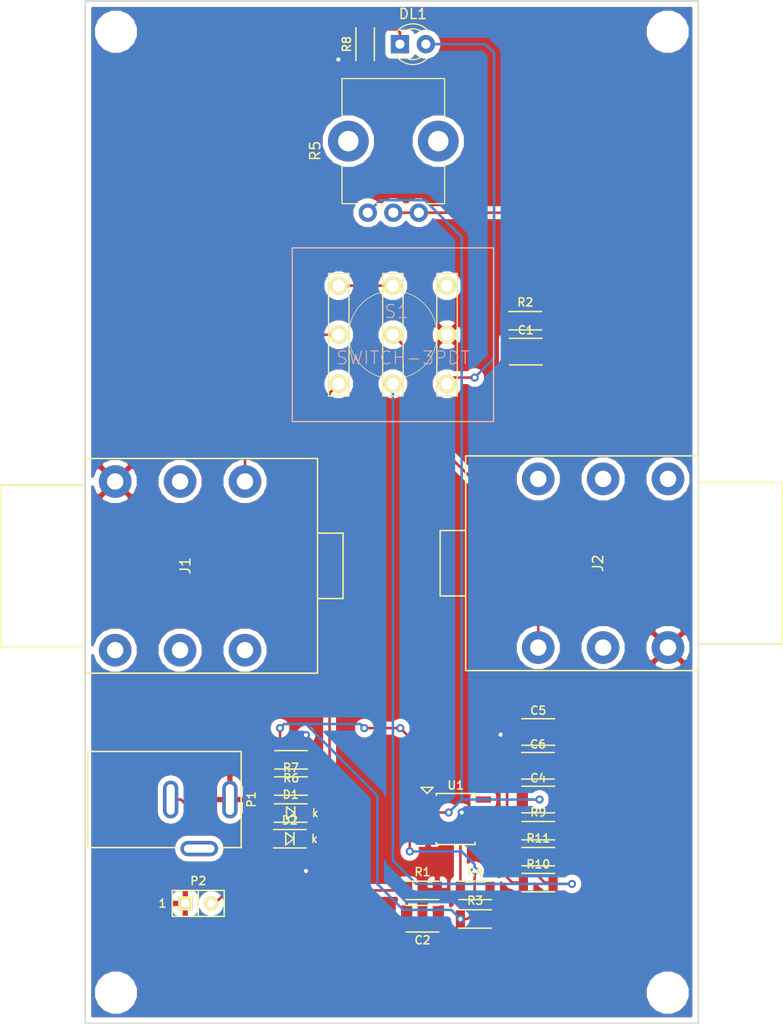
<source format=kicad_pcb>
(kicad_pcb (version 20171130) (host pcbnew 5.0.0+dfsg1-2~bpo9+1)

  (general
    (thickness 1.6)
    (drawings 8)
    (tracks 133)
    (zones 0)
    (modules 29)
    (nets 20)
  )

  (page A4)
  (layers
    (0 F.Cu signal)
    (31 B.Cu signal)
    (32 B.Adhes user)
    (33 F.Adhes user)
    (34 B.Paste user)
    (35 F.Paste user)
    (36 B.SilkS user)
    (37 F.SilkS user)
    (38 B.Mask user)
    (39 F.Mask user)
    (40 Dwgs.User user)
    (41 Cmts.User user)
    (42 Eco1.User user)
    (43 Eco2.User user)
    (44 Edge.Cuts user)
    (45 Margin user)
    (46 B.CrtYd user)
    (47 F.CrtYd user)
    (48 B.Fab user)
    (49 F.Fab user)
  )

  (setup
    (last_trace_width 0.25)
    (trace_clearance 0.2)
    (zone_clearance 0.508)
    (zone_45_only no)
    (trace_min 0.2)
    (segment_width 0.2)
    (edge_width 0.15)
    (via_size 0.8)
    (via_drill 0.4)
    (via_min_size 0.4)
    (via_min_drill 0.3)
    (uvia_size 0.3)
    (uvia_drill 0.1)
    (uvias_allowed no)
    (uvia_min_size 0.2)
    (uvia_min_drill 0.1)
    (pcb_text_width 0.3)
    (pcb_text_size 1.5 1.5)
    (mod_edge_width 0.15)
    (mod_text_size 1 1)
    (mod_text_width 0.15)
    (pad_size 1.524 1.524)
    (pad_drill 0.762)
    (pad_to_mask_clearance 0.2)
    (aux_axis_origin 0 0)
    (grid_origin 40 40)
    (visible_elements FFFFFF7F)
    (pcbplotparams
      (layerselection 0x010fc_ffffffff)
      (usegerberextensions true)
      (usegerberattributes false)
      (usegerberadvancedattributes false)
      (creategerberjobfile false)
      (excludeedgelayer true)
      (linewidth 0.100000)
      (plotframeref false)
      (viasonmask false)
      (mode 1)
      (useauxorigin true)
      (hpglpennumber 1)
      (hpglpenspeed 20)
      (hpglpendiameter 15.000000)
      (psnegative false)
      (psa4output false)
      (plotreference true)
      (plotvalue true)
      (plotinvisibletext false)
      (padsonsilk false)
      (subtractmaskfromsilk false)
      (outputformat 1)
      (mirror false)
      (drillshape 0)
      (scaleselection 1)
      (outputdirectory "gerbers"))
  )

  (net 0 "")
  (net 1 GND)
  (net 2 "Net-(C1-Pad1)")
  (net 3 /sgnIN)
  (net 4 "Net-(C2-Pad1)")
  (net 5 "Net-(C4-Pad1)")
  (net 6 "Net-(C4-Pad2)")
  (net 7 +VBAT)
  (net 8 "Net-(C6-Pad1)")
  (net 9 "Net-(D1-Pad1)")
  (net 10 "Net-(DL1-Pad1)")
  (net 11 /led-)
  (net 12 /tipIN)
  (net 13 /tipOUT)
  (net 14 "Net-(R2-Pad2)")
  (net 15 /4V5)
  (net 16 "Net-(R4-Pad1)")
  (net 17 /sgnOUT)
  (net 18 +V)
  (net 19 "Net-(S1-PadP$1)")

  (net_class Default "Questo è il gruppo di collegamenti predefinito"
    (clearance 0.2)
    (trace_width 0.25)
    (via_dia 0.8)
    (via_drill 0.4)
    (uvia_dia 0.3)
    (uvia_drill 0.1)
    (add_net +V)
    (add_net +VBAT)
    (add_net /4V5)
    (add_net /led-)
    (add_net /sgnIN)
    (add_net /sgnOUT)
    (add_net /tipIN)
    (add_net /tipOUT)
    (add_net GND)
    (add_net "Net-(C1-Pad1)")
    (add_net "Net-(C2-Pad1)")
    (add_net "Net-(C4-Pad1)")
    (add_net "Net-(C4-Pad2)")
    (add_net "Net-(C6-Pad1)")
    (add_net "Net-(D1-Pad1)")
    (add_net "Net-(DL1-Pad1)")
    (add_net "Net-(R2-Pad2)")
    (add_net "Net-(R4-Pad1)")
    (add_net "Net-(S1-PadP$1)")
  )

  (module progetto_delta:CL12327 (layer F.Cu) (tedit 5BCD7509) (tstamp 5BD6D71D)
    (at 90.678 94.996 270)
    (path /5BC8EAF4)
    (fp_text reference J2 (at 0 0.5 270) (layer F.SilkS)
      (effects (font (size 1 1) (thickness 0.15)))
    )
    (fp_text value AudioJack3_Switch (at 0 -0.5 270) (layer F.Fab)
      (effects (font (size 1 1) (thickness 0.15)))
    )
    (fp_line (start 10.5 13.45) (end -10.5 13.45) (layer F.SilkS) (width 0.15))
    (fp_line (start 8.25 -9.35) (end 10.5 -9.35) (layer F.SilkS) (width 0.15))
    (fp_line (start -10.5 -9.35) (end -8.25 -9.35) (layer F.SilkS) (width 0.15))
    (fp_line (start 10.5 13.45) (end 10.5 -9.35) (layer F.SilkS) (width 0.15))
    (fp_line (start -10.5 -9.35) (end -10.5 13.45) (layer F.SilkS) (width 0.15))
    (fp_line (start 7.9 -17.55) (end 7.9 -9.35) (layer F.SilkS) (width 0.15))
    (fp_line (start -7.9 -17.55) (end 7.9 -17.55) (layer F.SilkS) (width 0.15))
    (fp_line (start -7.9 -9.35) (end -7.9 -17.55) (layer F.SilkS) (width 0.15))
    (fp_line (start 3.2 15.95) (end 3.2 13.5) (layer F.SilkS) (width 0.15))
    (fp_line (start -3.2 15.95) (end 3.2 15.95) (layer F.SilkS) (width 0.15))
    (fp_line (start -3.2 13.45) (end -3.2 15.95) (layer F.SilkS) (width 0.15))
    (fp_line (start -8.25 -9.35) (end 8.25 -9.35) (layer F.SilkS) (width 0.15))
    (pad 6 thru_hole circle (at 8.25 6.35 270) (size 3.2 3.2) (drill 1.6) (layers *.Cu *.Mask)
      (net 13 /tipOUT))
    (pad 5 thru_hole circle (at 8.25 0 270) (size 3.2 3.2) (drill 1.6) (layers *.Cu *.Mask))
    (pad 4 thru_hole circle (at 8.25 -6.35 270) (size 3.2 3.2) (drill 1.6) (layers *.Cu *.Mask)
      (net 1 GND))
    (pad 3 thru_hole circle (at -8.25 6.35 270) (size 3.2 3.2) (drill 1.6) (layers *.Cu *.Mask))
    (pad 2 thru_hole circle (at -8.25 0 270) (size 3.2 3.2) (drill 1.6) (layers *.Cu *.Mask))
    (pad 1 thru_hole circle (at -8.25 -6.35 270) (size 3.2 3.2) (drill 1.6) (layers *.Cu *.Mask))
  )

  (module SparkFun-Electromechanical:STOMP-SWITCH-3PDT (layer F.Cu) (tedit 200000) (tstamp 5BD6D855)
    (at 70.104 72.644)
    (path /5BC8FF71)
    (attr virtual)
    (fp_text reference S1 (at 0.36322 -2.26822) (layer B.SilkS)
      (effects (font (size 1.27 1.27) (thickness 0.1016)))
    )
    (fp_text value SWITCH-3PDT (at 0.99822 2.26822) (layer B.SilkS)
      (effects (font (size 1.27 1.27) (thickness 0.1016)))
    )
    (fp_line (start -9.84758 -8.49884) (end -9.84758 8.49884) (layer B.SilkS) (width 0.127))
    (fp_line (start -9.84758 8.49884) (end 9.84758 8.49884) (layer B.SilkS) (width 0.127))
    (fp_line (start 9.84758 8.49884) (end 9.84758 -8.49884) (layer B.SilkS) (width 0.127))
    (fp_line (start 9.84758 -8.49884) (end -9.84758 -8.49884) (layer B.SilkS) (width 0.127))
    (fp_line (start -9.84758 -8.49884) (end 9.84758 -8.49884) (layer B.SilkS) (width 0.127))
    (fp_line (start 9.84758 -8.49884) (end 9.84758 8.49884) (layer B.SilkS) (width 0.127))
    (fp_line (start 9.84758 8.49884) (end -9.84758 8.49884) (layer B.SilkS) (width 0.127))
    (fp_line (start -9.84758 8.49884) (end -9.84758 -8.49884) (layer B.SilkS) (width 0.127))
    (fp_line (start 0.99822 -5.99948) (end 0.99822 5.99948) (layer F.SilkS) (width 0.127))
    (fp_line (start 0.99822 5.99948) (end -0.99822 5.99948) (layer F.SilkS) (width 0.127))
    (fp_line (start -0.99822 5.99948) (end -0.99822 -5.99948) (layer F.SilkS) (width 0.127))
    (fp_line (start -0.99822 -5.99948) (end 0.99822 -5.99948) (layer F.SilkS) (width 0.127))
    (fp_line (start 6.2992 -5.99948) (end 4.29768 -5.99948) (layer F.SilkS) (width 0.127))
    (fp_line (start 4.29768 -5.99948) (end 4.29768 5.99948) (layer F.SilkS) (width 0.127))
    (fp_line (start 4.29768 5.99948) (end 6.2992 5.99948) (layer F.SilkS) (width 0.127))
    (fp_line (start 6.2992 5.99948) (end 6.2992 -5.99948) (layer F.SilkS) (width 0.127))
    (fp_line (start -6.2992 -5.99948) (end -6.2992 5.99948) (layer F.SilkS) (width 0.127))
    (fp_line (start -6.2992 5.99948) (end -4.29768 5.99948) (layer F.SilkS) (width 0.127))
    (fp_line (start -4.29768 5.99948) (end -4.29768 -5.99948) (layer F.SilkS) (width 0.127))
    (fp_line (start -4.29768 -5.99948) (end -6.2992 -5.99948) (layer F.SilkS) (width 0.127))
    (fp_circle (center 0 0) (end -3.048 3.048) (layer F.SilkS) (width 0.0635))
    (pad P$1 thru_hole circle (at -5.29844 -4.79806) (size 1.79832 1.79832) (drill 1.19888) (layers F&B.Cu F.Paste F.SilkS F.Mask)
      (net 19 "Net-(S1-PadP$1)"))
    (pad P$2 thru_hole circle (at -5.29844 0) (size 1.79832 1.79832) (drill 1.19888) (layers F&B.Cu F.Paste F.SilkS F.Mask)
      (net 12 /tipIN))
    (pad P$3 thru_hole circle (at -5.29844 4.79806) (size 1.79832 1.79832) (drill 1.19888) (layers F&B.Cu F.Paste F.SilkS F.Mask)
      (net 3 /sgnIN))
    (pad P$4 thru_hole circle (at 0 -4.79806) (size 1.79832 1.79832) (drill 1.19888) (layers F&B.Cu F.Paste F.SilkS F.Mask)
      (net 19 "Net-(S1-PadP$1)"))
    (pad P$5 thru_hole circle (at 0 0) (size 1.79832 1.79832) (drill 1.19888) (layers F&B.Cu F.Paste F.SilkS F.Mask)
      (net 13 /tipOUT))
    (pad P$6 thru_hole circle (at 0 4.79806) (size 1.79832 1.79832) (drill 1.19888) (layers F&B.Cu F.Paste F.SilkS F.Mask)
      (net 17 /sgnOUT))
    (pad P$7 thru_hole circle (at 5.29844 -4.79806) (size 1.79832 1.79832) (drill 1.19888) (layers F&B.Cu F.Paste F.SilkS F.Mask))
    (pad P$8 thru_hole circle (at 5.29844 0) (size 1.79832 1.79832) (drill 1.19888) (layers F&B.Cu F.Paste F.SilkS F.Mask)
      (net 1 GND))
    (pad P$9 thru_hole circle (at 5.29844 4.79806) (size 1.79832 1.79832) (drill 1.19888) (layers F&B.Cu F.Paste F.SilkS F.Mask)
      (net 11 /led-))
  )

  (module progetto_delta:CL12327 (layer F.Cu) (tedit 5BCD7509) (tstamp 5BD6D6F0)
    (at 49.276 95.25 90)
    (path /5BC8E908)
    (fp_text reference J1 (at 0 0.5 90) (layer F.SilkS)
      (effects (font (size 1 1) (thickness 0.15)))
    )
    (fp_text value AudioJack3_Switch (at 0 -0.5 90) (layer F.Fab)
      (effects (font (size 1 1) (thickness 0.15)))
    )
    (fp_line (start 10.5 13.45) (end -10.5 13.45) (layer F.SilkS) (width 0.15))
    (fp_line (start 8.25 -9.35) (end 10.5 -9.35) (layer F.SilkS) (width 0.15))
    (fp_line (start -10.5 -9.35) (end -8.25 -9.35) (layer F.SilkS) (width 0.15))
    (fp_line (start 10.5 13.45) (end 10.5 -9.35) (layer F.SilkS) (width 0.15))
    (fp_line (start -10.5 -9.35) (end -10.5 13.45) (layer F.SilkS) (width 0.15))
    (fp_line (start 7.9 -17.55) (end 7.9 -9.35) (layer F.SilkS) (width 0.15))
    (fp_line (start -7.9 -17.55) (end 7.9 -17.55) (layer F.SilkS) (width 0.15))
    (fp_line (start -7.9 -9.35) (end -7.9 -17.55) (layer F.SilkS) (width 0.15))
    (fp_line (start 3.2 15.95) (end 3.2 13.5) (layer F.SilkS) (width 0.15))
    (fp_line (start -3.2 15.95) (end 3.2 15.95) (layer F.SilkS) (width 0.15))
    (fp_line (start -3.2 13.45) (end -3.2 15.95) (layer F.SilkS) (width 0.15))
    (fp_line (start -8.25 -9.35) (end 8.25 -9.35) (layer F.SilkS) (width 0.15))
    (pad 6 thru_hole circle (at 8.25 6.35 90) (size 3.2 3.2) (drill 1.6) (layers *.Cu *.Mask)
      (net 12 /tipIN))
    (pad 5 thru_hole circle (at 8.25 0 90) (size 3.2 3.2) (drill 1.6) (layers *.Cu *.Mask))
    (pad 4 thru_hole circle (at 8.25 -6.35 90) (size 3.2 3.2) (drill 1.6) (layers *.Cu *.Mask)
      (net 1 GND))
    (pad 3 thru_hole circle (at -8.25 6.35 90) (size 3.2 3.2) (drill 1.6) (layers *.Cu *.Mask))
    (pad 2 thru_hole circle (at -8.25 0 90) (size 3.2 3.2) (drill 1.6) (layers *.Cu *.Mask))
    (pad 1 thru_hole circle (at -8.25 -6.35 90) (size 3.2 3.2) (drill 1.6) (layers *.Cu *.Mask))
  )

  (module LED_THT:LED_D3.0mm (layer F.Cu) (tedit 587A3A7B) (tstamp 5BD6D6C3)
    (at 70.7898 44.2214)
    (descr "LED, diameter 3.0mm, 2 pins")
    (tags "LED diameter 3.0mm 2 pins")
    (path /5BBF0D7E)
    (fp_text reference DL1 (at 1.27 -2.96) (layer F.SilkS)
      (effects (font (size 1 1) (thickness 0.15)))
    )
    (fp_text value RED (at 1.27 2.96) (layer F.Fab)
      (effects (font (size 1 1) (thickness 0.15)))
    )
    (fp_line (start 3.7 -2.25) (end -1.15 -2.25) (layer F.CrtYd) (width 0.05))
    (fp_line (start 3.7 2.25) (end 3.7 -2.25) (layer F.CrtYd) (width 0.05))
    (fp_line (start -1.15 2.25) (end 3.7 2.25) (layer F.CrtYd) (width 0.05))
    (fp_line (start -1.15 -2.25) (end -1.15 2.25) (layer F.CrtYd) (width 0.05))
    (fp_line (start -0.29 1.08) (end -0.29 1.236) (layer F.SilkS) (width 0.12))
    (fp_line (start -0.29 -1.236) (end -0.29 -1.08) (layer F.SilkS) (width 0.12))
    (fp_line (start -0.23 -1.16619) (end -0.23 1.16619) (layer F.Fab) (width 0.1))
    (fp_circle (center 1.27 0) (end 2.77 0) (layer F.Fab) (width 0.1))
    (fp_arc (start 1.27 0) (end 0.229039 1.08) (angle -87.9) (layer F.SilkS) (width 0.12))
    (fp_arc (start 1.27 0) (end 0.229039 -1.08) (angle 87.9) (layer F.SilkS) (width 0.12))
    (fp_arc (start 1.27 0) (end -0.29 1.235516) (angle -108.8) (layer F.SilkS) (width 0.12))
    (fp_arc (start 1.27 0) (end -0.29 -1.235516) (angle 108.8) (layer F.SilkS) (width 0.12))
    (fp_arc (start 1.27 0) (end -0.23 -1.16619) (angle 284.3) (layer F.Fab) (width 0.1))
    (pad 2 thru_hole circle (at 2.54 0) (size 1.8 1.8) (drill 0.9) (layers *.Cu *.Mask)
      (net 11 /led-))
    (pad 1 thru_hole rect (at 0 0) (size 1.8 1.8) (drill 0.9) (layers *.Cu *.Mask)
      (net 10 "Net-(DL1-Pad1)"))
    (model ${KISYS3DMOD}/LED_THT.3dshapes/LED_D3.0mm.wrl
      (at (xyz 0 0 0))
      (scale (xyz 1 1 1))
      (rotate (xyz 0 0 0))
    )
  )

  (module CAPACITOR:CAPACITOR-1210 (layer F.Cu) (tedit 5A1FF82B) (tstamp 5BD6D612)
    (at 83.1088 74.295)
    (descr "Capacitor SMD 1210, reflow soldering, Vishay (see dcrcw.pdf)")
    (tags "capacitor 1210")
    (path /5B69899B)
    (attr smd)
    (fp_text reference C1 (at 0 -2.1) (layer F.SilkS)
      (effects (font (size 0.8 0.8) (thickness 0.15)))
    )
    (fp_text value 4.7uF (at 0 2.1) (layer F.Fab) hide
      (effects (font (size 0.8 0.8) (thickness 0.15)))
    )
    (fp_line (start 2.2 -1.45) (end 2.2 1.45) (layer F.CrtYd) (width 0.05))
    (fp_line (start -2.2 -1.45) (end -2.2 1.45) (layer F.CrtYd) (width 0.05))
    (fp_line (start -2.2 1.45) (end 2.2 1.45) (layer F.CrtYd) (width 0.05))
    (fp_line (start -2.2 -1.45) (end 2.2 -1.45) (layer F.CrtYd) (width 0.05))
    (fp_line (start 1.6 1.25) (end -1.6 1.25) (layer F.Fab) (width 0.15))
    (fp_line (start 1.6 -1.25) (end 1.6 1.25) (layer F.Fab) (width 0.15))
    (fp_line (start -1.6 -1.25) (end 1.6 -1.25) (layer F.Fab) (width 0.15))
    (fp_line (start -1.6 1.25) (end -1.6 -1.25) (layer F.Fab) (width 0.15))
    (fp_line (start -1 -1.25) (end -1 1.25) (layer F.Fab) (width 0.15))
    (fp_line (start 1 -1.25) (end 1 1.25) (layer F.Fab) (width 0.15))
    (fp_line (start -1.6 -1.3) (end 1.6 -1.3) (layer F.SilkS) (width 0.15))
    (fp_line (start 1.6 1.3) (end -1.6 1.3) (layer F.SilkS) (width 0.15))
    (fp_text user %R (at 0 -2.1) (layer F.Fab)
      (effects (font (size 0.8 0.8) (thickness 0.15)))
    )
    (pad 2 smd rect (at 1.55 0) (size 1.1 2.6) (layers F.Cu F.Paste F.Mask)
      (net 1 GND))
    (pad 1 smd rect (at -1.55 0) (size 1.1 2.6) (layers F.Cu F.Paste F.Mask)
      (net 2 "Net-(C1-Pad1)"))
    (model ${KINOWAEMOD}/packages3d/walter/capacitor/c_1210.wrl
      (at (xyz 0 0 0))
      (scale (xyz 1 1 1))
      (rotate (xyz 0 0 0))
    )
  )

  (module CAPACITOR:CAPACITOR-1210 (layer F.Cu) (tedit 5A1FF82B) (tstamp 5BD6D625)
    (at 72.9996 129.7686 180)
    (descr "Capacitor SMD 1210, reflow soldering, Vishay (see dcrcw.pdf)")
    (tags "capacitor 1210")
    (path /5B6446B4)
    (attr smd)
    (fp_text reference C2 (at 0 -2.1 180) (layer F.SilkS)
      (effects (font (size 0.8 0.8) (thickness 0.15)))
    )
    (fp_text value 0.1uF (at 0 2.1 180) (layer F.Fab) hide
      (effects (font (size 0.8 0.8) (thickness 0.15)))
    )
    (fp_line (start 2.2 -1.45) (end 2.2 1.45) (layer F.CrtYd) (width 0.05))
    (fp_line (start -2.2 -1.45) (end -2.2 1.45) (layer F.CrtYd) (width 0.05))
    (fp_line (start -2.2 1.45) (end 2.2 1.45) (layer F.CrtYd) (width 0.05))
    (fp_line (start -2.2 -1.45) (end 2.2 -1.45) (layer F.CrtYd) (width 0.05))
    (fp_line (start 1.6 1.25) (end -1.6 1.25) (layer F.Fab) (width 0.15))
    (fp_line (start 1.6 -1.25) (end 1.6 1.25) (layer F.Fab) (width 0.15))
    (fp_line (start -1.6 -1.25) (end 1.6 -1.25) (layer F.Fab) (width 0.15))
    (fp_line (start -1.6 1.25) (end -1.6 -1.25) (layer F.Fab) (width 0.15))
    (fp_line (start -1 -1.25) (end -1 1.25) (layer F.Fab) (width 0.15))
    (fp_line (start 1 -1.25) (end 1 1.25) (layer F.Fab) (width 0.15))
    (fp_line (start -1.6 -1.3) (end 1.6 -1.3) (layer F.SilkS) (width 0.15))
    (fp_line (start 1.6 1.3) (end -1.6 1.3) (layer F.SilkS) (width 0.15))
    (fp_text user %R (at 0 -2.1 180) (layer F.Fab)
      (effects (font (size 0.8 0.8) (thickness 0.15)))
    )
    (pad 2 smd rect (at 1.55 0 180) (size 1.1 2.6) (layers F.Cu F.Paste F.Mask)
      (net 3 /sgnIN))
    (pad 1 smd rect (at -1.55 0 180) (size 1.1 2.6) (layers F.Cu F.Paste F.Mask)
      (net 4 "Net-(C2-Pad1)"))
    (model ${KINOWAEMOD}/packages3d/walter/capacitor/c_1210.wrl
      (at (xyz 0 0 0))
      (scale (xyz 1 1 1))
      (rotate (xyz 0 0 0))
    )
  )

  (module CAPACITOR:CAPACITOR-1210 (layer F.Cu) (tedit 5A1FF82B) (tstamp 5BD6D64B)
    (at 84.328 118.11)
    (descr "Capacitor SMD 1210, reflow soldering, Vishay (see dcrcw.pdf)")
    (tags "capacitor 1210")
    (path /5B698A3A)
    (attr smd)
    (fp_text reference C4 (at 0 -2.1) (layer F.SilkS)
      (effects (font (size 0.8 0.8) (thickness 0.15)))
    )
    (fp_text value 47p (at 0 2.1) (layer F.Fab) hide
      (effects (font (size 0.8 0.8) (thickness 0.15)))
    )
    (fp_text user %R (at 0 -2.1) (layer F.Fab)
      (effects (font (size 0.8 0.8) (thickness 0.15)))
    )
    (fp_line (start 1.6 1.3) (end -1.6 1.3) (layer F.SilkS) (width 0.15))
    (fp_line (start -1.6 -1.3) (end 1.6 -1.3) (layer F.SilkS) (width 0.15))
    (fp_line (start 1 -1.25) (end 1 1.25) (layer F.Fab) (width 0.15))
    (fp_line (start -1 -1.25) (end -1 1.25) (layer F.Fab) (width 0.15))
    (fp_line (start -1.6 1.25) (end -1.6 -1.25) (layer F.Fab) (width 0.15))
    (fp_line (start -1.6 -1.25) (end 1.6 -1.25) (layer F.Fab) (width 0.15))
    (fp_line (start 1.6 -1.25) (end 1.6 1.25) (layer F.Fab) (width 0.15))
    (fp_line (start 1.6 1.25) (end -1.6 1.25) (layer F.Fab) (width 0.15))
    (fp_line (start -2.2 -1.45) (end 2.2 -1.45) (layer F.CrtYd) (width 0.05))
    (fp_line (start -2.2 1.45) (end 2.2 1.45) (layer F.CrtYd) (width 0.05))
    (fp_line (start -2.2 -1.45) (end -2.2 1.45) (layer F.CrtYd) (width 0.05))
    (fp_line (start 2.2 -1.45) (end 2.2 1.45) (layer F.CrtYd) (width 0.05))
    (pad 1 smd rect (at -1.55 0) (size 1.1 2.6) (layers F.Cu F.Paste F.Mask)
      (net 5 "Net-(C4-Pad1)"))
    (pad 2 smd rect (at 1.55 0) (size 1.1 2.6) (layers F.Cu F.Paste F.Mask)
      (net 6 "Net-(C4-Pad2)"))
    (model ${KINOWAEMOD}/packages3d/walter/capacitor/c_1210.wrl
      (at (xyz 0 0 0))
      (scale (xyz 1 1 1))
      (rotate (xyz 0 0 0))
    )
  )

  (module CAPACITOR:CAPACITOR-1210 (layer F.Cu) (tedit 5A1FF82B) (tstamp 5BD6D65E)
    (at 84.328 111.506)
    (descr "Capacitor SMD 1210, reflow soldering, Vishay (see dcrcw.pdf)")
    (tags "capacitor 1210")
    (path /5B6C33FC)
    (attr smd)
    (fp_text reference C5 (at 0 -2.1) (layer F.SilkS)
      (effects (font (size 0.8 0.8) (thickness 0.15)))
    )
    (fp_text value 100n (at 0 2.1) (layer F.Fab) hide
      (effects (font (size 0.8 0.8) (thickness 0.15)))
    )
    (fp_text user %R (at 0 -2.1) (layer F.Fab)
      (effects (font (size 0.8 0.8) (thickness 0.15)))
    )
    (fp_line (start 1.6 1.3) (end -1.6 1.3) (layer F.SilkS) (width 0.15))
    (fp_line (start -1.6 -1.3) (end 1.6 -1.3) (layer F.SilkS) (width 0.15))
    (fp_line (start 1 -1.25) (end 1 1.25) (layer F.Fab) (width 0.15))
    (fp_line (start -1 -1.25) (end -1 1.25) (layer F.Fab) (width 0.15))
    (fp_line (start -1.6 1.25) (end -1.6 -1.25) (layer F.Fab) (width 0.15))
    (fp_line (start -1.6 -1.25) (end 1.6 -1.25) (layer F.Fab) (width 0.15))
    (fp_line (start 1.6 -1.25) (end 1.6 1.25) (layer F.Fab) (width 0.15))
    (fp_line (start 1.6 1.25) (end -1.6 1.25) (layer F.Fab) (width 0.15))
    (fp_line (start -2.2 -1.45) (end 2.2 -1.45) (layer F.CrtYd) (width 0.05))
    (fp_line (start -2.2 1.45) (end 2.2 1.45) (layer F.CrtYd) (width 0.05))
    (fp_line (start -2.2 -1.45) (end -2.2 1.45) (layer F.CrtYd) (width 0.05))
    (fp_line (start 2.2 -1.45) (end 2.2 1.45) (layer F.CrtYd) (width 0.05))
    (pad 1 smd rect (at -1.55 0) (size 1.1 2.6) (layers F.Cu F.Paste F.Mask)
      (net 18 +V))
    (pad 2 smd rect (at 1.55 0) (size 1.1 2.6) (layers F.Cu F.Paste F.Mask)
      (net 1 GND))
    (model ${KINOWAEMOD}/packages3d/walter/capacitor/c_1210.wrl
      (at (xyz 0 0 0))
      (scale (xyz 1 1 1))
      (rotate (xyz 0 0 0))
    )
  )

  (module CAPACITOR:CAPACITOR-1210 (layer F.Cu) (tedit 5A1FF82B) (tstamp 5BD6D671)
    (at 84.302 114.808)
    (descr "Capacitor SMD 1210, reflow soldering, Vishay (see dcrcw.pdf)")
    (tags "capacitor 1210")
    (path /5B698C2E)
    (attr smd)
    (fp_text reference C6 (at 0 -2.1) (layer F.SilkS)
      (effects (font (size 0.8 0.8) (thickness 0.15)))
    )
    (fp_text value 15uF (at 0 2.1) (layer F.Fab) hide
      (effects (font (size 0.8 0.8) (thickness 0.15)))
    )
    (fp_text user %R (at 0 -2.1) (layer F.Fab)
      (effects (font (size 0.8 0.8) (thickness 0.15)))
    )
    (fp_line (start 1.6 1.3) (end -1.6 1.3) (layer F.SilkS) (width 0.15))
    (fp_line (start -1.6 -1.3) (end 1.6 -1.3) (layer F.SilkS) (width 0.15))
    (fp_line (start 1 -1.25) (end 1 1.25) (layer F.Fab) (width 0.15))
    (fp_line (start -1 -1.25) (end -1 1.25) (layer F.Fab) (width 0.15))
    (fp_line (start -1.6 1.25) (end -1.6 -1.25) (layer F.Fab) (width 0.15))
    (fp_line (start -1.6 -1.25) (end 1.6 -1.25) (layer F.Fab) (width 0.15))
    (fp_line (start 1.6 -1.25) (end 1.6 1.25) (layer F.Fab) (width 0.15))
    (fp_line (start 1.6 1.25) (end -1.6 1.25) (layer F.Fab) (width 0.15))
    (fp_line (start -2.2 -1.45) (end 2.2 -1.45) (layer F.CrtYd) (width 0.05))
    (fp_line (start -2.2 1.45) (end 2.2 1.45) (layer F.CrtYd) (width 0.05))
    (fp_line (start -2.2 -1.45) (end -2.2 1.45) (layer F.CrtYd) (width 0.05))
    (fp_line (start 2.2 -1.45) (end 2.2 1.45) (layer F.CrtYd) (width 0.05))
    (pad 1 smd rect (at -1.55 0) (size 1.1 2.6) (layers F.Cu F.Paste F.Mask)
      (net 8 "Net-(C6-Pad1)"))
    (pad 2 smd rect (at 1.55 0) (size 1.1 2.6) (layers F.Cu F.Paste F.Mask)
      (net 6 "Net-(C4-Pad2)"))
    (model ${KINOWAEMOD}/packages3d/walter/capacitor/c_1210.wrl
      (at (xyz 0 0 0))
      (scale (xyz 1 1 1))
      (rotate (xyz 0 0 0))
    )
  )

  (module DIODE:DIODE-1206 (layer F.Cu) (tedit 5A12D996) (tstamp 5BD6D68D)
    (at 60.0964 119.4308)
    (descr "Diode SMD 1206, reflow soldering, Vishay (see dcrcw.pdf)")
    (tags "diode 1206")
    (path /5B64459E)
    (attr smd)
    (fp_text reference D1 (at 0 -1.8) (layer F.SilkS)
      (effects (font (size 0.8 0.8) (thickness 0.15)))
    )
    (fp_text value 1N4001 (at 0 2) (layer F.Fab) hide
      (effects (font (size 0.8 0.8) (thickness 0.15)))
    )
    (fp_text user k (at 2.4 0) (layer F.SilkS)
      (effects (font (size 0.8 0.8) (thickness 0.15)))
    )
    (fp_line (start 0.4 -0.6) (end 0.4 0.6) (layer F.SilkS) (width 0.15))
    (fp_line (start -0.4 0.6) (end -0.4 -0.6) (layer F.SilkS) (width 0.15))
    (fp_line (start 0.4 0) (end -0.4 0.6) (layer F.SilkS) (width 0.15))
    (fp_line (start -0.4 -0.6) (end 0.4 0) (layer F.SilkS) (width 0.15))
    (fp_line (start 0.4 -0.6) (end 0.4 0.6) (layer F.Fab) (width 0.15))
    (fp_line (start 0.4 0) (end -0.4 -0.6) (layer F.Fab) (width 0.15))
    (fp_line (start -0.4 0.6) (end 0.4 0) (layer F.Fab) (width 0.15))
    (fp_line (start -0.4 -0.6) (end -0.4 0.6) (layer F.Fab) (width 0.15))
    (fp_text user %R (at 0 -1.8) (layer F.Fab)
      (effects (font (size 0.8 0.8) (thickness 0.15)))
    )
    (fp_line (start 1.6 0.9) (end -1.6 0.9) (layer F.SilkS) (width 0.15))
    (fp_line (start -1.6 -0.9) (end 1.6 -0.9) (layer F.SilkS) (width 0.15))
    (fp_line (start 1.1 -0.8) (end 1.1 0.8) (layer F.Fab) (width 0.15))
    (fp_line (start -1.1 -0.8) (end -1.1 0.7) (layer F.Fab) (width 0.15))
    (fp_line (start -1.6 0.8) (end -1.6 -0.8) (layer F.Fab) (width 0.15))
    (fp_line (start -1.6 -0.8) (end 1.6 -0.8) (layer F.Fab) (width 0.15))
    (fp_line (start 1.6 -0.8) (end 1.6 0.8) (layer F.Fab) (width 0.15))
    (fp_line (start 1.6 0.8) (end -1.6 0.8) (layer F.Fab) (width 0.15))
    (fp_line (start -2.2 -1.2) (end 2.8 -1.2) (layer F.CrtYd) (width 0.05))
    (fp_line (start -2.2 1.2) (end 2.8 1.2) (layer F.CrtYd) (width 0.05))
    (fp_line (start -2.2 -1.2) (end -2.2 1.2) (layer F.CrtYd) (width 0.05))
    (fp_line (start 2.8 -1.2) (end 2.8 1.2) (layer F.CrtYd) (width 0.05))
    (pad 1 smd rect (at -1.45 0) (size 0.9 1.8) (layers F.Cu F.Paste F.Mask)
      (net 9 "Net-(D1-Pad1)"))
    (pad 2 smd rect (at 1.45 0) (size 0.9 1.8) (layers F.Cu F.Paste F.Mask)
      (net 18 +V))
    (model ${KINOWAEMOD}/packages3d/3rd-party/bourns/CD1206-BXX.wrl
      (at (xyz 0 0 0))
      (scale (xyz 1 1 1))
      (rotate (xyz -90 0 0))
    )
  )

  (module DIODE:DIODE-1206 (layer F.Cu) (tedit 5A12D996) (tstamp 5BD6D6A9)
    (at 60.0202 121.9454)
    (descr "Diode SMD 1206, reflow soldering, Vishay (see dcrcw.pdf)")
    (tags "diode 1206")
    (path /5BBF0BF4)
    (attr smd)
    (fp_text reference D2 (at 0 -1.8) (layer F.SilkS)
      (effects (font (size 0.8 0.8) (thickness 0.15)))
    )
    (fp_text value 1N4001 (at 0 2) (layer F.Fab) hide
      (effects (font (size 0.8 0.8) (thickness 0.15)))
    )
    (fp_line (start 2.8 -1.2) (end 2.8 1.2) (layer F.CrtYd) (width 0.05))
    (fp_line (start -2.2 -1.2) (end -2.2 1.2) (layer F.CrtYd) (width 0.05))
    (fp_line (start -2.2 1.2) (end 2.8 1.2) (layer F.CrtYd) (width 0.05))
    (fp_line (start -2.2 -1.2) (end 2.8 -1.2) (layer F.CrtYd) (width 0.05))
    (fp_line (start 1.6 0.8) (end -1.6 0.8) (layer F.Fab) (width 0.15))
    (fp_line (start 1.6 -0.8) (end 1.6 0.8) (layer F.Fab) (width 0.15))
    (fp_line (start -1.6 -0.8) (end 1.6 -0.8) (layer F.Fab) (width 0.15))
    (fp_line (start -1.6 0.8) (end -1.6 -0.8) (layer F.Fab) (width 0.15))
    (fp_line (start -1.1 -0.8) (end -1.1 0.7) (layer F.Fab) (width 0.15))
    (fp_line (start 1.1 -0.8) (end 1.1 0.8) (layer F.Fab) (width 0.15))
    (fp_line (start -1.6 -0.9) (end 1.6 -0.9) (layer F.SilkS) (width 0.15))
    (fp_line (start 1.6 0.9) (end -1.6 0.9) (layer F.SilkS) (width 0.15))
    (fp_text user %R (at 0 -1.8) (layer F.Fab)
      (effects (font (size 0.8 0.8) (thickness 0.15)))
    )
    (fp_line (start -0.4 -0.6) (end -0.4 0.6) (layer F.Fab) (width 0.15))
    (fp_line (start -0.4 0.6) (end 0.4 0) (layer F.Fab) (width 0.15))
    (fp_line (start 0.4 0) (end -0.4 -0.6) (layer F.Fab) (width 0.15))
    (fp_line (start 0.4 -0.6) (end 0.4 0.6) (layer F.Fab) (width 0.15))
    (fp_line (start -0.4 -0.6) (end 0.4 0) (layer F.SilkS) (width 0.15))
    (fp_line (start 0.4 0) (end -0.4 0.6) (layer F.SilkS) (width 0.15))
    (fp_line (start -0.4 0.6) (end -0.4 -0.6) (layer F.SilkS) (width 0.15))
    (fp_line (start 0.4 -0.6) (end 0.4 0.6) (layer F.SilkS) (width 0.15))
    (fp_text user k (at 2.4 0) (layer F.SilkS)
      (effects (font (size 0.8 0.8) (thickness 0.15)))
    )
    (pad 2 smd rect (at 1.45 0) (size 0.9 1.8) (layers F.Cu F.Paste F.Mask)
      (net 18 +V))
    (pad 1 smd rect (at -1.45 0) (size 0.9 1.8) (layers F.Cu F.Paste F.Mask)
      (net 7 +VBAT))
    (model ${KINOWAEMOD}/packages3d/3rd-party/bourns/CD1206-BXX.wrl
      (at (xyz 0 0 0))
      (scale (xyz 1 1 1))
      (rotate (xyz -90 0 0))
    )
  )

  (module CONNECTOR:BARRELJACK-WE-694106301002 (layer F.Cu) (tedit 5A2BDDE2) (tstamp 5BD6D73E)
    (at 47.752 118.11 270)
    (path /5B644458)
    (fp_text reference P1 (at 0 -8.5 270) (layer F.SilkS)
      (effects (font (size 0.8 0.8) (thickness 0.15)))
    )
    (fp_text value BATT_JACK (at 0 8.5 270) (layer F.Fab) hide
      (effects (font (size 0.8 0.8) (thickness 0.15)))
    )
    (fp_line (start -4.9 7.7) (end -4.9 -7.7) (layer F.CrtYd) (width 0.05))
    (fp_line (start 5.7 7.7) (end -4.9 7.7) (layer F.CrtYd) (width 0.05))
    (fp_line (start 5.7 -7.7) (end 5.7 7.7) (layer F.CrtYd) (width 0.05))
    (fp_line (start -4.9 -7.7) (end 5.7 -7.7) (layer F.CrtYd) (width 0.05))
    (fp_line (start -1.2 -0.35) (end -1.2 -0.85) (layer F.Fab) (width 0.15))
    (fp_line (start 1.2 -0.35) (end -1.2 -0.35) (layer F.Fab) (width 0.15))
    (fp_line (start 1.2 -0.85) (end 1.2 -0.35) (layer F.Fab) (width 0.15))
    (fp_line (start -1.2 -0.85) (end 1.2 -0.85) (layer F.Fab) (width 0.15))
    (fp_line (start 4.7 -1.3) (end 4.7 7.5) (layer F.SilkS) (width 0.15))
    (fp_line (start 4.7 -7.5) (end 4.7 -5.5) (layer F.SilkS) (width 0.15))
    (fp_line (start -4.7 7.5) (end -4.7 -7.5) (layer F.SilkS) (width 0.15))
    (fp_line (start 4.7 7.5) (end -4.7 7.5) (layer F.SilkS) (width 0.15))
    (fp_line (start -4.7 -7.5) (end 4.7 -7.5) (layer F.SilkS) (width 0.15))
    (fp_line (start -4.5 7.3) (end -4.5 -7.3) (layer F.Fab) (width 0.15))
    (fp_line (start 4.5 7.3) (end -4.5 7.3) (layer F.Fab) (width 0.15))
    (fp_line (start 4.5 -7.3) (end 4.5 7.3) (layer F.Fab) (width 0.15))
    (fp_line (start -4.5 -7.3) (end 4.5 -7.3) (layer F.Fab) (width 0.15))
    (fp_text user %R (at 0 3 270) (layer F.Fab)
      (effects (font (size 0.8 0.8) (thickness 0.15)))
    )
    (fp_line (start -1.2 -6.65) (end 1.2 -6.65) (layer F.Fab) (width 0.15))
    (fp_line (start 1.2 -6.65) (end 1.2 -6.15) (layer F.Fab) (width 0.15))
    (fp_line (start 1.2 -6.15) (end -1.2 -6.15) (layer F.Fab) (width 0.15))
    (fp_line (start -1.2 -6.15) (end -1.2 -6.65) (layer F.Fab) (width 0.15))
    (fp_line (start 4.542344 -2.173654) (end 4.542344 -4.573654) (layer F.Fab) (width 0.15))
    (fp_line (start 4.542344 -4.573654) (end 5.042344 -4.573654) (layer F.Fab) (width 0.15))
    (fp_line (start 5.042344 -4.573654) (end 5.042344 -2.173654) (layer F.Fab) (width 0.15))
    (fp_line (start 5.042344 -2.173654) (end 4.542344 -2.173654) (layer F.Fab) (width 0.15))
    (pad 1 thru_hole oval (at 0 -6.4 270) (size 3.7 1.5) (drill oval 3 0.8) (layers *.Cu *.Mask)
      (net 1 GND))
    (pad 2 thru_hole oval (at 0 -0.6 270) (size 3.7 1.5) (drill oval 3 0.8) (layers *.Cu *.Mask)
      (net 9 "Net-(D1-Pad1)"))
    (pad 3 thru_hole oval (at 4.8 -3.4) (size 3.7 1.5) (drill oval 3 0.8) (layers *.Cu *.Mask))
    (model ${KINOWAEMOD}/packages3d/3rd-party/wurth/694106301002.wrl
      (offset (xyz 0 -3.73379994392395 5.206999921798706))
      (scale (xyz 1 1 1))
      (rotate (xyz 0 0 0))
    )
  )

  (module CONNECTOR:CONN-STRIP-2x1-2.54 (layer F.Cu) (tedit 5988927C) (tstamp 5BD6D759)
    (at 51.054 128.27)
    (descr "Strip connector 4x1 2.54mm 180G")
    (path /5BBEFD12)
    (fp_text reference P2 (at 0 -2.2) (layer F.SilkS)
      (effects (font (size 0.8 0.8) (thickness 0.15)))
    )
    (fp_text value CONN_2X1 (at 0 2.3) (layer F.Fab) hide
      (effects (font (size 0.8 0.8) (thickness 0.15)))
    )
    (fp_text user %R (at 0 -2.2) (layer F.Fab)
      (effects (font (size 0.8 0.8) (thickness 0.15)))
    )
    (fp_line (start -2.794 -1.524) (end 2.794 -1.524) (layer F.CrtYd) (width 0.05))
    (fp_line (start 2.794 -1.524) (end 2.794 1.524) (layer F.CrtYd) (width 0.05))
    (fp_line (start 2.794 1.524) (end -2.794 1.524) (layer F.CrtYd) (width 0.05))
    (fp_line (start -2.794 1.524) (end -2.794 -1.524) (layer F.CrtYd) (width 0.05))
    (fp_text user 1 (at -3.5 0) (layer F.SilkS)
      (effects (font (size 0.8 0.8) (thickness 0.15)))
    )
    (fp_line (start 0 -1.27) (end 0 1.27) (layer F.SilkS) (width 0.15))
    (fp_line (start -2.54 -1.27) (end 2.54 -1.27) (layer F.SilkS) (width 0.15))
    (fp_line (start 2.54 -1.27) (end 2.54 1.27) (layer F.SilkS) (width 0.15))
    (fp_line (start 2.54 1.27) (end -2.54 1.27) (layer F.SilkS) (width 0.15))
    (fp_line (start -2.54 1.27) (end -2.54 -1.27) (layer F.SilkS) (width 0.15))
    (fp_line (start -2.54 -1.27) (end 2.54 -1.27) (layer F.Fab) (width 0.15))
    (fp_line (start 2.54 -1.27) (end 2.54 1.27) (layer F.Fab) (width 0.15))
    (fp_line (start 2.54 1.27) (end -2.54 1.27) (layer F.Fab) (width 0.15))
    (fp_line (start -2.54 1.27) (end -2.54 -1.27) (layer F.Fab) (width 0.15))
    (fp_circle (center 1.27 0) (end 1.67 0) (layer F.Fab) (width 0.1))
    (fp_circle (center -1.27 0) (end -0.87 0) (layer F.Fab) (width 0.1))
    (fp_line (start 1.27 -0.4) (end 1.27 0.4) (layer F.Fab) (width 0.1))
    (fp_line (start -1.27 -0.4) (end -1.27 0.4) (layer F.Fab) (width 0.1))
    (fp_line (start 0.87 0) (end 1.67 0) (layer F.Fab) (width 0.1))
    (fp_line (start -1.67 0) (end -0.87 0) (layer F.Fab) (width 0.1))
    (pad 2 thru_hole circle (at 1.27 0) (size 1.4 1.4) (drill 0.8) (layers *.Cu *.Mask F.SilkS)
      (net 7 +VBAT))
    (pad 1 thru_hole rect (at -1.27 0) (size 1.4 1.4) (drill 0.8) (layers *.Cu *.Mask F.SilkS)
      (net 1 GND))
    (model ${KINOWAEMOD}/packages3d/walter/connector/pin_strip_2.wrl
      (at (xyz 0 0 0))
      (scale (xyz 1 1 1))
      (rotate (xyz 0 0 0))
    )
  )

  (module RESISTOR:RESISTOR-1206 (layer F.Cu) (tedit 58B9655B) (tstamp 5BD6D76C)
    (at 72.9996 127)
    (descr "Resistor SMD 1206, reflow soldering, Vishay (see dcrcw.pdf)")
    (tags "resistor 1206")
    (path /5B6839FB)
    (attr smd)
    (fp_text reference R1 (at 0 -1.8) (layer F.SilkS)
      (effects (font (size 0.8 0.8) (thickness 0.15)))
    )
    (fp_text value 22M (at 0 2) (layer F.Fab) hide
      (effects (font (size 0.8 0.8) (thickness 0.15)))
    )
    (fp_line (start 2.2 -1.2) (end 2.2 1.2) (layer F.CrtYd) (width 0.05))
    (fp_line (start -2.2 -1.2) (end -2.2 1.2) (layer F.CrtYd) (width 0.05))
    (fp_line (start -2.2 1.2) (end 2.2 1.2) (layer F.CrtYd) (width 0.05))
    (fp_line (start -2.2 -1.2) (end 2.2 -1.2) (layer F.CrtYd) (width 0.05))
    (fp_line (start 1.6 0.8) (end -1.6 0.8) (layer F.Fab) (width 0.15))
    (fp_line (start 1.6 -0.8) (end 1.6 0.8) (layer F.Fab) (width 0.15))
    (fp_line (start -1.6 -0.8) (end 1.6 -0.8) (layer F.Fab) (width 0.15))
    (fp_line (start -1.6 0.8) (end -1.6 -0.8) (layer F.Fab) (width 0.15))
    (fp_line (start -1.1 -0.8) (end -1.1 0.7) (layer F.Fab) (width 0.15))
    (fp_line (start 1.1 -0.8) (end 1.1 0.8) (layer F.Fab) (width 0.15))
    (fp_line (start -1.6 -0.9) (end 1.6 -0.9) (layer F.SilkS) (width 0.15))
    (fp_line (start 1.6 0.9) (end -1.6 0.9) (layer F.SilkS) (width 0.15))
    (fp_text user %R (at 0 -1.8) (layer F.Fab)
      (effects (font (size 0.8 0.8) (thickness 0.15)))
    )
    (pad 2 smd rect (at 1.45 0) (size 0.9 1.7) (layers F.Cu F.Paste F.Mask)
      (net 1 GND))
    (pad 1 smd rect (at -1.45 0) (size 0.9 1.7) (layers F.Cu F.Paste F.Mask)
      (net 3 /sgnIN))
    (model ${KINOWAEMOD}/packages3d/walter/resistor/r_1206.wrl
      (at (xyz 0 0 0))
      (scale (xyz 1 1 1))
      (rotate (xyz 0 0 0))
    )
  )

  (module RESISTOR:RESISTOR-1206 (layer F.Cu) (tedit 58B9655B) (tstamp 5BD6D77F)
    (at 83.058 71.2724)
    (descr "Resistor SMD 1206, reflow soldering, Vishay (see dcrcw.pdf)")
    (tags "resistor 1206")
    (path /5B69890E)
    (attr smd)
    (fp_text reference R2 (at 0 -1.8) (layer F.SilkS)
      (effects (font (size 0.8 0.8) (thickness 0.15)))
    )
    (fp_text value 2.7K (at 0 2) (layer F.Fab) hide
      (effects (font (size 0.8 0.8) (thickness 0.15)))
    )
    (fp_line (start 2.2 -1.2) (end 2.2 1.2) (layer F.CrtYd) (width 0.05))
    (fp_line (start -2.2 -1.2) (end -2.2 1.2) (layer F.CrtYd) (width 0.05))
    (fp_line (start -2.2 1.2) (end 2.2 1.2) (layer F.CrtYd) (width 0.05))
    (fp_line (start -2.2 -1.2) (end 2.2 -1.2) (layer F.CrtYd) (width 0.05))
    (fp_line (start 1.6 0.8) (end -1.6 0.8) (layer F.Fab) (width 0.15))
    (fp_line (start 1.6 -0.8) (end 1.6 0.8) (layer F.Fab) (width 0.15))
    (fp_line (start -1.6 -0.8) (end 1.6 -0.8) (layer F.Fab) (width 0.15))
    (fp_line (start -1.6 0.8) (end -1.6 -0.8) (layer F.Fab) (width 0.15))
    (fp_line (start -1.1 -0.8) (end -1.1 0.7) (layer F.Fab) (width 0.15))
    (fp_line (start 1.1 -0.8) (end 1.1 0.8) (layer F.Fab) (width 0.15))
    (fp_line (start -1.6 -0.9) (end 1.6 -0.9) (layer F.SilkS) (width 0.15))
    (fp_line (start 1.6 0.9) (end -1.6 0.9) (layer F.SilkS) (width 0.15))
    (fp_text user %R (at 0 -1.8) (layer F.Fab)
      (effects (font (size 0.8 0.8) (thickness 0.15)))
    )
    (pad 2 smd rect (at 1.45 0) (size 0.9 1.7) (layers F.Cu F.Paste F.Mask)
      (net 14 "Net-(R2-Pad2)"))
    (pad 1 smd rect (at -1.45 0) (size 0.9 1.7) (layers F.Cu F.Paste F.Mask)
      (net 2 "Net-(C1-Pad1)"))
    (model ${KINOWAEMOD}/packages3d/walter/resistor/r_1206.wrl
      (at (xyz 0 0 0))
      (scale (xyz 1 1 1))
      (rotate (xyz 0 0 0))
    )
  )

  (module RESISTOR:RESISTOR-1206 (layer F.Cu) (tedit 58B9655B) (tstamp 5BD6D792)
    (at 78.158 129.794)
    (descr "Resistor SMD 1206, reflow soldering, Vishay (see dcrcw.pdf)")
    (tags "resistor 1206")
    (path /5B683C03)
    (attr smd)
    (fp_text reference R3 (at 0 -1.8) (layer F.SilkS)
      (effects (font (size 0.8 0.8) (thickness 0.15)))
    )
    (fp_text value 10M (at 0 2) (layer F.Fab) hide
      (effects (font (size 0.8 0.8) (thickness 0.15)))
    )
    (fp_text user %R (at 0 -1.8) (layer F.Fab)
      (effects (font (size 0.8 0.8) (thickness 0.15)))
    )
    (fp_line (start 1.6 0.9) (end -1.6 0.9) (layer F.SilkS) (width 0.15))
    (fp_line (start -1.6 -0.9) (end 1.6 -0.9) (layer F.SilkS) (width 0.15))
    (fp_line (start 1.1 -0.8) (end 1.1 0.8) (layer F.Fab) (width 0.15))
    (fp_line (start -1.1 -0.8) (end -1.1 0.7) (layer F.Fab) (width 0.15))
    (fp_line (start -1.6 0.8) (end -1.6 -0.8) (layer F.Fab) (width 0.15))
    (fp_line (start -1.6 -0.8) (end 1.6 -0.8) (layer F.Fab) (width 0.15))
    (fp_line (start 1.6 -0.8) (end 1.6 0.8) (layer F.Fab) (width 0.15))
    (fp_line (start 1.6 0.8) (end -1.6 0.8) (layer F.Fab) (width 0.15))
    (fp_line (start -2.2 -1.2) (end 2.2 -1.2) (layer F.CrtYd) (width 0.05))
    (fp_line (start -2.2 1.2) (end 2.2 1.2) (layer F.CrtYd) (width 0.05))
    (fp_line (start -2.2 -1.2) (end -2.2 1.2) (layer F.CrtYd) (width 0.05))
    (fp_line (start 2.2 -1.2) (end 2.2 1.2) (layer F.CrtYd) (width 0.05))
    (pad 1 smd rect (at -1.45 0) (size 0.9 1.7) (layers F.Cu F.Paste F.Mask)
      (net 15 /4V5))
    (pad 2 smd rect (at 1.45 0) (size 0.9 1.7) (layers F.Cu F.Paste F.Mask)
      (net 4 "Net-(C2-Pad1)"))
    (model ${KINOWAEMOD}/packages3d/walter/resistor/r_1206.wrl
      (at (xyz 0 0 0))
      (scale (xyz 1 1 1))
      (rotate (xyz 0 0 0))
    )
  )

  (module RESISTOR:RESISTOR-1206 (layer F.Cu) (tedit 58B9655B) (tstamp 5BD6D7A5)
    (at 78.158 127)
    (descr "Resistor SMD 1206, reflow soldering, Vishay (see dcrcw.pdf)")
    (tags "resistor 1206")
    (path /5B683CFE)
    (attr smd)
    (fp_text reference R4 (at 0 -1.8) (layer F.SilkS)
      (effects (font (size 0.8 0.8) (thickness 0.15)))
    )
    (fp_text value 1K (at 0 2) (layer F.Fab) hide
      (effects (font (size 0.8 0.8) (thickness 0.15)))
    )
    (fp_text user %R (at 0 -1.8) (layer F.Fab)
      (effects (font (size 0.8 0.8) (thickness 0.15)))
    )
    (fp_line (start 1.6 0.9) (end -1.6 0.9) (layer F.SilkS) (width 0.15))
    (fp_line (start -1.6 -0.9) (end 1.6 -0.9) (layer F.SilkS) (width 0.15))
    (fp_line (start 1.1 -0.8) (end 1.1 0.8) (layer F.Fab) (width 0.15))
    (fp_line (start -1.1 -0.8) (end -1.1 0.7) (layer F.Fab) (width 0.15))
    (fp_line (start -1.6 0.8) (end -1.6 -0.8) (layer F.Fab) (width 0.15))
    (fp_line (start -1.6 -0.8) (end 1.6 -0.8) (layer F.Fab) (width 0.15))
    (fp_line (start 1.6 -0.8) (end 1.6 0.8) (layer F.Fab) (width 0.15))
    (fp_line (start 1.6 0.8) (end -1.6 0.8) (layer F.Fab) (width 0.15))
    (fp_line (start -2.2 -1.2) (end 2.2 -1.2) (layer F.CrtYd) (width 0.05))
    (fp_line (start -2.2 1.2) (end 2.2 1.2) (layer F.CrtYd) (width 0.05))
    (fp_line (start -2.2 -1.2) (end -2.2 1.2) (layer F.CrtYd) (width 0.05))
    (fp_line (start 2.2 -1.2) (end 2.2 1.2) (layer F.CrtYd) (width 0.05))
    (pad 1 smd rect (at -1.45 0) (size 0.9 1.7) (layers F.Cu F.Paste F.Mask)
      (net 16 "Net-(R4-Pad1)"))
    (pad 2 smd rect (at 1.45 0) (size 0.9 1.7) (layers F.Cu F.Paste F.Mask)
      (net 4 "Net-(C2-Pad1)"))
    (model ${KINOWAEMOD}/packages3d/walter/resistor/r_1206.wrl
      (at (xyz 0 0 0))
      (scale (xyz 1 1 1))
      (rotate (xyz 0 0 0))
    )
  )

  (module Potentiometer_THT:Potentiometer_Alps_RK09K_Single_Vertical (layer F.Cu) (tedit 5A3D4993) (tstamp 5BD6D7C1)
    (at 72.644 60.706 90)
    (descr "Potentiometer, vertical, Alps RK09K Single, http://www.alps.com/prod/info/E/HTML/Potentiometer/RotaryPotentiometers/RK09K/RK09K_list.html")
    (tags "Potentiometer vertical Alps RK09K Single")
    (path /5B644656)
    (fp_text reference R5 (at 6.05 -10.15 90) (layer F.SilkS)
      (effects (font (size 1 1) (thickness 0.15)))
    )
    (fp_text value 500K (at 6.05 5.15 90) (layer F.Fab)
      (effects (font (size 1 1) (thickness 0.15)))
    )
    (fp_circle (center 7.5 -2.5) (end 10.5 -2.5) (layer F.Fab) (width 0.1))
    (fp_line (start 1 -7.4) (end 1 2.4) (layer F.Fab) (width 0.1))
    (fp_line (start 1 2.4) (end 13 2.4) (layer F.Fab) (width 0.1))
    (fp_line (start 13 2.4) (end 13 -7.4) (layer F.Fab) (width 0.1))
    (fp_line (start 13 -7.4) (end 1 -7.4) (layer F.Fab) (width 0.1))
    (fp_line (start 0.88 -7.521) (end 4.817 -7.521) (layer F.SilkS) (width 0.12))
    (fp_line (start 9.184 -7.521) (end 13.12 -7.521) (layer F.SilkS) (width 0.12))
    (fp_line (start 0.88 2.52) (end 4.817 2.52) (layer F.SilkS) (width 0.12))
    (fp_line (start 9.184 2.52) (end 13.12 2.52) (layer F.SilkS) (width 0.12))
    (fp_line (start 0.88 -7.521) (end 0.88 -5.871) (layer F.SilkS) (width 0.12))
    (fp_line (start 0.88 -4.129) (end 0.88 -3.37) (layer F.SilkS) (width 0.12))
    (fp_line (start 0.88 -1.629) (end 0.88 -0.87) (layer F.SilkS) (width 0.12))
    (fp_line (start 0.88 0.87) (end 0.88 2.52) (layer F.SilkS) (width 0.12))
    (fp_line (start 13.12 -7.521) (end 13.12 2.52) (layer F.SilkS) (width 0.12))
    (fp_line (start -1.15 -9.15) (end -1.15 4.15) (layer F.CrtYd) (width 0.05))
    (fp_line (start -1.15 4.15) (end 13.25 4.15) (layer F.CrtYd) (width 0.05))
    (fp_line (start 13.25 4.15) (end 13.25 -9.15) (layer F.CrtYd) (width 0.05))
    (fp_line (start 13.25 -9.15) (end -1.15 -9.15) (layer F.CrtYd) (width 0.05))
    (fp_text user %R (at 2 -2.5 180) (layer F.Fab)
      (effects (font (size 1 1) (thickness 0.15)))
    )
    (pad 3 thru_hole circle (at 0 -5 90) (size 1.8 1.8) (drill 1) (layers *.Cu *.Mask)
      (net 5 "Net-(C4-Pad1)"))
    (pad 2 thru_hole circle (at 0 -2.5 90) (size 1.8 1.8) (drill 1) (layers *.Cu *.Mask)
      (net 14 "Net-(R2-Pad2)"))
    (pad 1 thru_hole circle (at 0 0 90) (size 1.8 1.8) (drill 1) (layers *.Cu *.Mask)
      (net 14 "Net-(R2-Pad2)"))
    (pad "" np_thru_hole circle (at 7 -6.9 90) (size 4 4) (drill 2) (layers *.Cu *.Mask))
    (pad "" np_thru_hole circle (at 7 1.9 90) (size 4 4) (drill 2) (layers *.Cu *.Mask))
    (model ${KISYS3DMOD}/Potentiometer_THT.3dshapes/Potentiometer_Alps_RK09K_Single_Vertical.wrl
      (at (xyz 0 0 0))
      (scale (xyz 1 1 1))
      (rotate (xyz 0 0 0))
    )
  )

  (module RESISTOR:RESISTOR-1206 (layer F.Cu) (tedit 58B9655B) (tstamp 5BD6D7D4)
    (at 60.1472 114.2238 180)
    (descr "Resistor SMD 1206, reflow soldering, Vishay (see dcrcw.pdf)")
    (tags "resistor 1206")
    (path /5B6440EA)
    (attr smd)
    (fp_text reference R6 (at 0 -1.8 180) (layer F.SilkS)
      (effects (font (size 0.8 0.8) (thickness 0.15)))
    )
    (fp_text value 100K (at 0 2 180) (layer F.Fab) hide
      (effects (font (size 0.8 0.8) (thickness 0.15)))
    )
    (fp_line (start 2.2 -1.2) (end 2.2 1.2) (layer F.CrtYd) (width 0.05))
    (fp_line (start -2.2 -1.2) (end -2.2 1.2) (layer F.CrtYd) (width 0.05))
    (fp_line (start -2.2 1.2) (end 2.2 1.2) (layer F.CrtYd) (width 0.05))
    (fp_line (start -2.2 -1.2) (end 2.2 -1.2) (layer F.CrtYd) (width 0.05))
    (fp_line (start 1.6 0.8) (end -1.6 0.8) (layer F.Fab) (width 0.15))
    (fp_line (start 1.6 -0.8) (end 1.6 0.8) (layer F.Fab) (width 0.15))
    (fp_line (start -1.6 -0.8) (end 1.6 -0.8) (layer F.Fab) (width 0.15))
    (fp_line (start -1.6 0.8) (end -1.6 -0.8) (layer F.Fab) (width 0.15))
    (fp_line (start -1.1 -0.8) (end -1.1 0.7) (layer F.Fab) (width 0.15))
    (fp_line (start 1.1 -0.8) (end 1.1 0.8) (layer F.Fab) (width 0.15))
    (fp_line (start -1.6 -0.9) (end 1.6 -0.9) (layer F.SilkS) (width 0.15))
    (fp_line (start 1.6 0.9) (end -1.6 0.9) (layer F.SilkS) (width 0.15))
    (fp_text user %R (at 0 -1.8 180) (layer F.Fab)
      (effects (font (size 0.8 0.8) (thickness 0.15)))
    )
    (pad 2 smd rect (at 1.45 0 180) (size 0.9 1.7) (layers F.Cu F.Paste F.Mask)
      (net 15 /4V5))
    (pad 1 smd rect (at -1.45 0 180) (size 0.9 1.7) (layers F.Cu F.Paste F.Mask)
      (net 18 +V))
    (model ${KINOWAEMOD}/packages3d/walter/resistor/r_1206.wrl
      (at (xyz 0 0 0))
      (scale (xyz 1 1 1))
      (rotate (xyz 0 0 0))
    )
  )

  (module RESISTOR:RESISTOR-1206 (layer F.Cu) (tedit 58B9655B) (tstamp 5BD6D7E7)
    (at 60.1196 116.7892)
    (descr "Resistor SMD 1206, reflow soldering, Vishay (see dcrcw.pdf)")
    (tags "resistor 1206")
    (path /5B644188)
    (attr smd)
    (fp_text reference R7 (at 0 -1.8) (layer F.SilkS)
      (effects (font (size 0.8 0.8) (thickness 0.15)))
    )
    (fp_text value 100K (at 0 2) (layer F.Fab) hide
      (effects (font (size 0.8 0.8) (thickness 0.15)))
    )
    (fp_text user %R (at 0 -1.8) (layer F.Fab)
      (effects (font (size 0.8 0.8) (thickness 0.15)))
    )
    (fp_line (start 1.6 0.9) (end -1.6 0.9) (layer F.SilkS) (width 0.15))
    (fp_line (start -1.6 -0.9) (end 1.6 -0.9) (layer F.SilkS) (width 0.15))
    (fp_line (start 1.1 -0.8) (end 1.1 0.8) (layer F.Fab) (width 0.15))
    (fp_line (start -1.1 -0.8) (end -1.1 0.7) (layer F.Fab) (width 0.15))
    (fp_line (start -1.6 0.8) (end -1.6 -0.8) (layer F.Fab) (width 0.15))
    (fp_line (start -1.6 -0.8) (end 1.6 -0.8) (layer F.Fab) (width 0.15))
    (fp_line (start 1.6 -0.8) (end 1.6 0.8) (layer F.Fab) (width 0.15))
    (fp_line (start 1.6 0.8) (end -1.6 0.8) (layer F.Fab) (width 0.15))
    (fp_line (start -2.2 -1.2) (end 2.2 -1.2) (layer F.CrtYd) (width 0.05))
    (fp_line (start -2.2 1.2) (end 2.2 1.2) (layer F.CrtYd) (width 0.05))
    (fp_line (start -2.2 -1.2) (end -2.2 1.2) (layer F.CrtYd) (width 0.05))
    (fp_line (start 2.2 -1.2) (end 2.2 1.2) (layer F.CrtYd) (width 0.05))
    (pad 1 smd rect (at -1.45 0) (size 0.9 1.7) (layers F.Cu F.Paste F.Mask)
      (net 15 /4V5))
    (pad 2 smd rect (at 1.45 0) (size 0.9 1.7) (layers F.Cu F.Paste F.Mask)
      (net 1 GND))
    (model ${KINOWAEMOD}/packages3d/walter/resistor/r_1206.wrl
      (at (xyz 0 0 0))
      (scale (xyz 1 1 1))
      (rotate (xyz 0 0 0))
    )
  )

  (module RESISTOR:RESISTOR-1206 (layer F.Cu) (tedit 58B9655B) (tstamp 5BD6D7FA)
    (at 67.3862 44.2214 90)
    (descr "Resistor SMD 1206, reflow soldering, Vishay (see dcrcw.pdf)")
    (tags "resistor 1206")
    (path /5BBF107F)
    (attr smd)
    (fp_text reference R8 (at 0 -1.8 90) (layer F.SilkS)
      (effects (font (size 0.8 0.8) (thickness 0.15)))
    )
    (fp_text value RESISTOR (at 0 2 90) (layer F.Fab) hide
      (effects (font (size 0.8 0.8) (thickness 0.15)))
    )
    (fp_line (start 2.2 -1.2) (end 2.2 1.2) (layer F.CrtYd) (width 0.05))
    (fp_line (start -2.2 -1.2) (end -2.2 1.2) (layer F.CrtYd) (width 0.05))
    (fp_line (start -2.2 1.2) (end 2.2 1.2) (layer F.CrtYd) (width 0.05))
    (fp_line (start -2.2 -1.2) (end 2.2 -1.2) (layer F.CrtYd) (width 0.05))
    (fp_line (start 1.6 0.8) (end -1.6 0.8) (layer F.Fab) (width 0.15))
    (fp_line (start 1.6 -0.8) (end 1.6 0.8) (layer F.Fab) (width 0.15))
    (fp_line (start -1.6 -0.8) (end 1.6 -0.8) (layer F.Fab) (width 0.15))
    (fp_line (start -1.6 0.8) (end -1.6 -0.8) (layer F.Fab) (width 0.15))
    (fp_line (start -1.1 -0.8) (end -1.1 0.7) (layer F.Fab) (width 0.15))
    (fp_line (start 1.1 -0.8) (end 1.1 0.8) (layer F.Fab) (width 0.15))
    (fp_line (start -1.6 -0.9) (end 1.6 -0.9) (layer F.SilkS) (width 0.15))
    (fp_line (start 1.6 0.9) (end -1.6 0.9) (layer F.SilkS) (width 0.15))
    (fp_text user %R (at 0 -1.8 90) (layer F.Fab)
      (effects (font (size 0.8 0.8) (thickness 0.15)))
    )
    (pad 2 smd rect (at 1.45 0 90) (size 0.9 1.7) (layers F.Cu F.Paste F.Mask)
      (net 10 "Net-(DL1-Pad1)"))
    (pad 1 smd rect (at -1.45 0 90) (size 0.9 1.7) (layers F.Cu F.Paste F.Mask)
      (net 18 +V))
    (model ${KINOWAEMOD}/packages3d/walter/resistor/r_1206.wrl
      (at (xyz 0 0 0))
      (scale (xyz 1 1 1))
      (rotate (xyz 0 0 0))
    )
  )

  (module RESISTOR:RESISTOR-1206 (layer F.Cu) (tedit 58B9655B) (tstamp 5BD6D80D)
    (at 84.328 121.158)
    (descr "Resistor SMD 1206, reflow soldering, Vishay (see dcrcw.pdf)")
    (tags "resistor 1206")
    (path /5B698B5A)
    (attr smd)
    (fp_text reference R9 (at 0 -1.8) (layer F.SilkS)
      (effects (font (size 0.8 0.8) (thickness 0.15)))
    )
    (fp_text value 56k (at 0 2) (layer F.Fab) hide
      (effects (font (size 0.8 0.8) (thickness 0.15)))
    )
    (fp_text user %R (at 0 -1.8) (layer F.Fab)
      (effects (font (size 0.8 0.8) (thickness 0.15)))
    )
    (fp_line (start 1.6 0.9) (end -1.6 0.9) (layer F.SilkS) (width 0.15))
    (fp_line (start -1.6 -0.9) (end 1.6 -0.9) (layer F.SilkS) (width 0.15))
    (fp_line (start 1.1 -0.8) (end 1.1 0.8) (layer F.Fab) (width 0.15))
    (fp_line (start -1.1 -0.8) (end -1.1 0.7) (layer F.Fab) (width 0.15))
    (fp_line (start -1.6 0.8) (end -1.6 -0.8) (layer F.Fab) (width 0.15))
    (fp_line (start -1.6 -0.8) (end 1.6 -0.8) (layer F.Fab) (width 0.15))
    (fp_line (start 1.6 -0.8) (end 1.6 0.8) (layer F.Fab) (width 0.15))
    (fp_line (start 1.6 0.8) (end -1.6 0.8) (layer F.Fab) (width 0.15))
    (fp_line (start -2.2 -1.2) (end 2.2 -1.2) (layer F.CrtYd) (width 0.05))
    (fp_line (start -2.2 1.2) (end 2.2 1.2) (layer F.CrtYd) (width 0.05))
    (fp_line (start -2.2 -1.2) (end -2.2 1.2) (layer F.CrtYd) (width 0.05))
    (fp_line (start 2.2 -1.2) (end 2.2 1.2) (layer F.CrtYd) (width 0.05))
    (pad 1 smd rect (at -1.45 0) (size 0.9 1.7) (layers F.Cu F.Paste F.Mask)
      (net 5 "Net-(C4-Pad1)"))
    (pad 2 smd rect (at 1.45 0) (size 0.9 1.7) (layers F.Cu F.Paste F.Mask)
      (net 6 "Net-(C4-Pad2)"))
    (model ${KINOWAEMOD}/packages3d/walter/resistor/r_1206.wrl
      (at (xyz 0 0 0))
      (scale (xyz 1 1 1))
      (rotate (xyz 0 0 0))
    )
  )

  (module RESISTOR:RESISTOR-1206 (layer F.Cu) (tedit 58B9655B) (tstamp 5BD6D820)
    (at 84.328 126.238)
    (descr "Resistor SMD 1206, reflow soldering, Vishay (see dcrcw.pdf)")
    (tags "resistor 1206")
    (path /5B698D8C)
    (attr smd)
    (fp_text reference R10 (at 0 -1.8) (layer F.SilkS)
      (effects (font (size 0.8 0.8) (thickness 0.15)))
    )
    (fp_text value 470 (at 0 2) (layer F.Fab) hide
      (effects (font (size 0.8 0.8) (thickness 0.15)))
    )
    (fp_line (start 2.2 -1.2) (end 2.2 1.2) (layer F.CrtYd) (width 0.05))
    (fp_line (start -2.2 -1.2) (end -2.2 1.2) (layer F.CrtYd) (width 0.05))
    (fp_line (start -2.2 1.2) (end 2.2 1.2) (layer F.CrtYd) (width 0.05))
    (fp_line (start -2.2 -1.2) (end 2.2 -1.2) (layer F.CrtYd) (width 0.05))
    (fp_line (start 1.6 0.8) (end -1.6 0.8) (layer F.Fab) (width 0.15))
    (fp_line (start 1.6 -0.8) (end 1.6 0.8) (layer F.Fab) (width 0.15))
    (fp_line (start -1.6 -0.8) (end 1.6 -0.8) (layer F.Fab) (width 0.15))
    (fp_line (start -1.6 0.8) (end -1.6 -0.8) (layer F.Fab) (width 0.15))
    (fp_line (start -1.1 -0.8) (end -1.1 0.7) (layer F.Fab) (width 0.15))
    (fp_line (start 1.1 -0.8) (end 1.1 0.8) (layer F.Fab) (width 0.15))
    (fp_line (start -1.6 -0.9) (end 1.6 -0.9) (layer F.SilkS) (width 0.15))
    (fp_line (start 1.6 0.9) (end -1.6 0.9) (layer F.SilkS) (width 0.15))
    (fp_text user %R (at 0 -1.8) (layer F.Fab)
      (effects (font (size 0.8 0.8) (thickness 0.15)))
    )
    (pad 2 smd rect (at 1.45 0) (size 0.9 1.7) (layers F.Cu F.Paste F.Mask)
      (net 17 /sgnOUT))
    (pad 1 smd rect (at -1.45 0) (size 0.9 1.7) (layers F.Cu F.Paste F.Mask)
      (net 8 "Net-(C6-Pad1)"))
    (model ${KINOWAEMOD}/packages3d/walter/resistor/r_1206.wrl
      (at (xyz 0 0 0))
      (scale (xyz 1 1 1))
      (rotate (xyz 0 0 0))
    )
  )

  (module RESISTOR:RESISTOR-1206 (layer F.Cu) (tedit 58B9655B) (tstamp 5BD6D833)
    (at 84.328 123.698)
    (descr "Resistor SMD 1206, reflow soldering, Vishay (see dcrcw.pdf)")
    (tags "resistor 1206")
    (path /5B698E6E)
    (attr smd)
    (fp_text reference R11 (at 0 -1.8) (layer F.SilkS)
      (effects (font (size 0.8 0.8) (thickness 0.15)))
    )
    (fp_text value 10K (at 0 2) (layer F.Fab) hide
      (effects (font (size 0.8 0.8) (thickness 0.15)))
    )
    (fp_text user %R (at 0 -1.8) (layer F.Fab)
      (effects (font (size 0.8 0.8) (thickness 0.15)))
    )
    (fp_line (start 1.6 0.9) (end -1.6 0.9) (layer F.SilkS) (width 0.15))
    (fp_line (start -1.6 -0.9) (end 1.6 -0.9) (layer F.SilkS) (width 0.15))
    (fp_line (start 1.1 -0.8) (end 1.1 0.8) (layer F.Fab) (width 0.15))
    (fp_line (start -1.1 -0.8) (end -1.1 0.7) (layer F.Fab) (width 0.15))
    (fp_line (start -1.6 0.8) (end -1.6 -0.8) (layer F.Fab) (width 0.15))
    (fp_line (start -1.6 -0.8) (end 1.6 -0.8) (layer F.Fab) (width 0.15))
    (fp_line (start 1.6 -0.8) (end 1.6 0.8) (layer F.Fab) (width 0.15))
    (fp_line (start 1.6 0.8) (end -1.6 0.8) (layer F.Fab) (width 0.15))
    (fp_line (start -2.2 -1.2) (end 2.2 -1.2) (layer F.CrtYd) (width 0.05))
    (fp_line (start -2.2 1.2) (end 2.2 1.2) (layer F.CrtYd) (width 0.05))
    (fp_line (start -2.2 -1.2) (end -2.2 1.2) (layer F.CrtYd) (width 0.05))
    (fp_line (start 2.2 -1.2) (end 2.2 1.2) (layer F.CrtYd) (width 0.05))
    (pad 1 smd rect (at -1.45 0) (size 0.9 1.7) (layers F.Cu F.Paste F.Mask)
      (net 17 /sgnOUT))
    (pad 2 smd rect (at 1.45 0) (size 0.9 1.7) (layers F.Cu F.Paste F.Mask)
      (net 1 GND))
    (model ${KINOWAEMOD}/packages3d/walter/resistor/r_1206.wrl
      (at (xyz 0 0 0))
      (scale (xyz 1 1 1))
      (rotate (xyz 0 0 0))
    )
  )

  (module SOIC:SOIC8_3.9x4.9_1.27 (layer F.Cu) (tedit 59BD5CBB) (tstamp 5BD6D894)
    (at 76.2508 120.015)
    (descr "8-Lead Plastic Small Outline SOIC8")
    (tags "SOIC8 SOIC-8 1.27")
    (path /5BC9597C)
    (attr smd)
    (fp_text reference U1 (at 0 -3.295) (layer F.SilkS)
      (effects (font (size 0.8 0.8) (thickness 0.15)))
    )
    (fp_text value TL061 (at 0 3.5) (layer F.Fab) hide
      (effects (font (size 0.8 0.8) (thickness 0.15)))
    )
    (fp_text user %R (at 0 0) (layer F.Fab)
      (effects (font (size 0.8 0.8) (thickness 0.15)))
    )
    (fp_line (start -2.4 -2.145) (end -2.4 -1.645) (layer F.Fab) (width 0.05))
    (fp_line (start -1.9 -2.145) (end -2.9 -2.145) (layer F.Fab) (width 0.05))
    (fp_line (start -2.9 -2.145) (end -2.9 -1.645) (layer F.Fab) (width 0.05))
    (fp_line (start -2.9 -1.645) (end -1.9 -1.645) (layer F.Fab) (width 0.05))
    (fp_line (start -3.4 -3.095) (end -2.2 -3.095) (layer F.SilkS) (width 0.15))
    (fp_line (start -2.8 -2.495) (end -2.2 -3.095) (layer F.SilkS) (width 0.15))
    (fp_line (start -2.8 -2.495) (end -3.4 -3.095) (layer F.SilkS) (width 0.15))
    (fp_line (start -1.9 2.3) (end -1.9 2.5) (layer F.SilkS) (width 0.15))
    (fp_line (start -1.9 2.5) (end 1.9 2.5) (layer F.SilkS) (width 0.15))
    (fp_line (start 1.9 2.3) (end 1.9 2.5) (layer F.SilkS) (width 0.15))
    (fp_line (start -1.9 -2.295) (end -1.9 -2.495) (layer F.SilkS) (width 0.15))
    (fp_line (start -1.9 -2.495) (end 1.9 -2.495) (layer F.SilkS) (width 0.15))
    (fp_line (start 1.9 -2.495) (end 1.9 -2.295) (layer F.SilkS) (width 0.15))
    (fp_circle (center -1.2 -1.795) (end -0.9 -1.595) (layer F.Fab) (width 0.15))
    (fp_line (start 1.9 -2.5) (end 1.9 2.5) (layer F.Fab) (width 0.15))
    (fp_line (start 1.9 2.5) (end -1.9 2.5) (layer F.Fab) (width 0.15))
    (fp_line (start -1.9 2.5) (end -1.9 -2.5) (layer F.Fab) (width 0.15))
    (fp_line (start -1.9 -2.495) (end 1.9 -2.495) (layer F.Fab) (width 0.15))
    (fp_line (start -3.7 -2.7) (end -3.7 2.7) (layer F.CrtYd) (width 0.05))
    (fp_line (start 3.7 -2.7) (end 3.7 2.7) (layer F.CrtYd) (width 0.05))
    (fp_line (start -3.7 -2.7) (end 3.7 -2.7) (layer F.CrtYd) (width 0.05))
    (fp_line (start -3.7 2.7) (end 3.7 2.7) (layer F.CrtYd) (width 0.05))
    (fp_line (start 2.9 -2.145) (end 1.9 -2.145) (layer F.Fab) (width 0.05))
    (fp_line (start -1.9 -0.875) (end -2.9 -0.875) (layer F.Fab) (width 0.05))
    (fp_line (start 2.9 -0.875) (end 1.9 -0.875) (layer F.Fab) (width 0.05))
    (fp_line (start -1.9 0.395) (end -2.9 0.395) (layer F.Fab) (width 0.05))
    (fp_line (start 2.9 0.395) (end 1.9 0.395) (layer F.Fab) (width 0.05))
    (fp_line (start -1.9 1.665) (end -2.9 1.665) (layer F.Fab) (width 0.05))
    (fp_line (start 2.9 1.665) (end 1.9 1.665) (layer F.Fab) (width 0.05))
    (fp_line (start 1.9 -1.645) (end 2.9 -1.645) (layer F.Fab) (width 0.05))
    (fp_line (start -2.9 -0.375) (end -1.9 -0.375) (layer F.Fab) (width 0.05))
    (fp_line (start 1.9 -0.375) (end 2.9 -0.375) (layer F.Fab) (width 0.05))
    (fp_line (start -2.9 0.895) (end -1.9 0.895) (layer F.Fab) (width 0.05))
    (fp_line (start 1.9 0.895) (end 2.9 0.895) (layer F.Fab) (width 0.05))
    (fp_line (start -2.9 2.165) (end -1.9 2.165) (layer F.Fab) (width 0.05))
    (fp_line (start 1.9 2.165) (end 2.9 2.165) (layer F.Fab) (width 0.05))
    (fp_line (start 2.9 -2.145) (end 2.9 -1.645) (layer F.Fab) (width 0.05))
    (fp_line (start -2.9 -0.875) (end -2.9 -0.375) (layer F.Fab) (width 0.05))
    (fp_line (start 2.9 -0.875) (end 2.9 -0.375) (layer F.Fab) (width 0.05))
    (fp_line (start -2.9 0.395) (end -2.9 0.895) (layer F.Fab) (width 0.05))
    (fp_line (start 2.9 0.395) (end 2.9 0.895) (layer F.Fab) (width 0.05))
    (fp_line (start -2.9 1.665) (end -2.9 2.165) (layer F.Fab) (width 0.05))
    (fp_line (start 2.9 1.665) (end 2.9 2.165) (layer F.Fab) (width 0.05))
    (fp_line (start 2.4 -2.145) (end 2.4 -1.645) (layer F.Fab) (width 0.05))
    (fp_line (start -2.4 -0.875) (end -2.4 -0.375) (layer F.Fab) (width 0.05))
    (fp_line (start 2.4 -0.875) (end 2.4 -0.375) (layer F.Fab) (width 0.05))
    (fp_line (start -2.4 0.395) (end -2.4 0.895) (layer F.Fab) (width 0.05))
    (fp_line (start 2.4 0.395) (end 2.4 0.895) (layer F.Fab) (width 0.05))
    (fp_line (start -2.4 1.665) (end -2.4 2.165) (layer F.Fab) (width 0.05))
    (fp_line (start 2.4 1.665) (end 2.4 2.165) (layer F.Fab) (width 0.05))
    (pad 1 smd rect (at -2.7 -1.905) (size 1.5 0.6) (layers F.Cu F.Paste F.Mask))
    (pad 2 smd rect (at -2.7 -0.635) (size 1.5 0.6) (layers F.Cu F.Paste F.Mask)
      (net 5 "Net-(C4-Pad1)"))
    (pad 3 smd rect (at -2.7 0.635) (size 1.5 0.6) (layers F.Cu F.Paste F.Mask)
      (net 16 "Net-(R4-Pad1)"))
    (pad 4 smd rect (at -2.7 1.905) (size 1.5 0.6) (layers F.Cu F.Paste F.Mask)
      (net 1 GND))
    (pad 5 smd rect (at 2.7 1.905) (size 1.5 0.6) (layers F.Cu F.Paste F.Mask))
    (pad 6 smd rect (at 2.7 0.635) (size 1.5 0.6) (layers F.Cu F.Paste F.Mask))
    (pad 7 smd rect (at 2.7 -0.635) (size 1.5 0.6) (layers F.Cu F.Paste F.Mask)
      (net 18 +V))
    (pad 8 smd rect (at 2.7 -1.905) (size 1.5 0.6) (layers F.Cu F.Paste F.Mask))
    (model ${KINOWAEMOD}/packages3d/3rd-party/texas/SOIC8-D.wrl
      (at (xyz 0 0 0))
      (scale (xyz 1 1 1))
      (rotate (xyz 0 0 0))
    )
  )

  (module MECHANICAL:HOLE-M3 (layer F.Cu) (tedit 59E869C0) (tstamp 5BDC2CC4)
    (at 43 137)
    (fp_text reference REF** (at 0 -2.2) (layer F.SilkS) hide
      (effects (font (size 0.8 0.8) (thickness 0.15)))
    )
    (fp_text value HOLE-M3 (at 0 2.2) (layer F.Fab) hide
      (effects (font (size 0.8 0.8) (thickness 0.15)))
    )
    (fp_line (start 1.6 -1.6) (end -1.6 -1.6) (layer F.CrtYd) (width 0.05))
    (fp_line (start 1.6 1.6) (end 1.6 -1.6) (layer F.CrtYd) (width 0.05))
    (fp_line (start -1.6 1.6) (end 1.6 1.6) (layer F.CrtYd) (width 0.05))
    (fp_line (start -1.6 -1.6) (end -1.6 1.6) (layer F.CrtYd) (width 0.05))
    (pad "" np_thru_hole circle (at 0 0) (size 3.1 3.1) (drill 3.1) (layers *.Cu *.Mask))
    (model ${KINOWAEMOD}packages3d/walter/misc/hole.wrl
      (at (xyz 0 0 0))
      (scale (xyz 1 1 1))
      (rotate (xyz 0 0 0))
    )
  )

  (module MECHANICAL:HOLE-M3 (layer F.Cu) (tedit 59E869C0) (tstamp 5BDC2CF4)
    (at 97 137)
    (fp_text reference REF** (at 0 -2.2) (layer F.SilkS) hide
      (effects (font (size 0.8 0.8) (thickness 0.15)))
    )
    (fp_text value HOLE-M3 (at 0 2.2) (layer F.Fab) hide
      (effects (font (size 0.8 0.8) (thickness 0.15)))
    )
    (fp_line (start 1.6 -1.6) (end -1.6 -1.6) (layer F.CrtYd) (width 0.05))
    (fp_line (start 1.6 1.6) (end 1.6 -1.6) (layer F.CrtYd) (width 0.05))
    (fp_line (start -1.6 1.6) (end 1.6 1.6) (layer F.CrtYd) (width 0.05))
    (fp_line (start -1.6 -1.6) (end -1.6 1.6) (layer F.CrtYd) (width 0.05))
    (pad "" np_thru_hole circle (at 0 0) (size 3.1 3.1) (drill 3.1) (layers *.Cu *.Mask))
    (model ${KINOWAEMOD}packages3d/walter/misc/hole.wrl
      (at (xyz 0 0 0))
      (scale (xyz 1 1 1))
      (rotate (xyz 0 0 0))
    )
  )

  (module MECHANICAL:HOLE-M3 (layer F.Cu) (tedit 59E869C0) (tstamp 5BDC2D34)
    (at 43 43)
    (fp_text reference REF** (at 0 -2.2) (layer F.SilkS) hide
      (effects (font (size 0.8 0.8) (thickness 0.15)))
    )
    (fp_text value HOLE-M3 (at 0 2.2) (layer F.Fab) hide
      (effects (font (size 0.8 0.8) (thickness 0.15)))
    )
    (fp_line (start 1.6 -1.6) (end -1.6 -1.6) (layer F.CrtYd) (width 0.05))
    (fp_line (start 1.6 1.6) (end 1.6 -1.6) (layer F.CrtYd) (width 0.05))
    (fp_line (start -1.6 1.6) (end 1.6 1.6) (layer F.CrtYd) (width 0.05))
    (fp_line (start -1.6 -1.6) (end -1.6 1.6) (layer F.CrtYd) (width 0.05))
    (pad "" np_thru_hole circle (at 0 0) (size 3.1 3.1) (drill 3.1) (layers *.Cu *.Mask))
    (model ${KINOWAEMOD}packages3d/walter/misc/hole.wrl
      (at (xyz 0 0 0))
      (scale (xyz 1 1 1))
      (rotate (xyz 0 0 0))
    )
  )

  (module MECHANICAL:HOLE-M3 (layer F.Cu) (tedit 59E869C0) (tstamp 5BDC2D64)
    (at 97 43)
    (fp_text reference REF** (at 0 -2.2) (layer F.SilkS) hide
      (effects (font (size 0.8 0.8) (thickness 0.15)))
    )
    (fp_text value HOLE-M3 (at 0 2.2) (layer F.Fab) hide
      (effects (font (size 0.8 0.8) (thickness 0.15)))
    )
    (fp_line (start 1.6 -1.6) (end -1.6 -1.6) (layer F.CrtYd) (width 0.05))
    (fp_line (start 1.6 1.6) (end 1.6 -1.6) (layer F.CrtYd) (width 0.05))
    (fp_line (start -1.6 1.6) (end 1.6 1.6) (layer F.CrtYd) (width 0.05))
    (fp_line (start -1.6 -1.6) (end -1.6 1.6) (layer F.CrtYd) (width 0.05))
    (pad "" np_thru_hole circle (at 0 0) (size 3.1 3.1) (drill 3.1) (layers *.Cu *.Mask))
    (model ${KINOWAEMOD}packages3d/walter/misc/hole.wrl
      (at (xyz 0 0 0))
      (scale (xyz 1 1 1))
      (rotate (xyz 0 0 0))
    )
  )

  (gr_line (start 40 140) (end 40 40) (layer Edge.Cuts) (width 0.15))
  (gr_line (start 100 140) (end 40 140) (layer Edge.Cuts) (width 0.15))
  (gr_line (start 100 40) (end 100 140) (layer Edge.Cuts) (width 0.15))
  (gr_line (start 40 40) (end 100 40) (layer Edge.Cuts) (width 0.15))
  (gr_line (start 40 40) (end 40 140) (layer Margin) (width 0.2))
  (gr_line (start 40 140) (end 100 140) (layer Margin) (width 0.2))
  (gr_line (start 100 40) (end 100 140) (layer Margin) (width 0.2))
  (gr_line (start 40 40) (end 100 40) (layer Margin) (width 0.2))

  (segment (start 81.608 74.2458) (end 81.5588 74.295) (width 0.25) (layer F.Cu) (net 2) (status 30))
  (segment (start 81.608 71.2724) (end 81.608 74.2458) (width 0.25) (layer F.Cu) (net 2) (status 30))
  (segment (start 71.4496 127.1) (end 71.5496 127) (width 0.25) (layer F.Cu) (net 3) (status 30))
  (segment (start 71.4496 129.7686) (end 71.4496 127.1) (width 0.25) (layer F.Cu) (net 3) (status 30))
  (segment (start 63.906401 78.341219) (end 63.906401 125.501401) (width 0.25) (layer F.Cu) (net 3))
  (segment (start 64.80556 77.44206) (end 63.906401 78.341219) (width 0.25) (layer F.Cu) (net 3) (status 10))
  (segment (start 63.906401 125.501401) (end 65.405 127) (width 0.25) (layer F.Cu) (net 3))
  (segment (start 65.405 127) (end 67.945 127) (width 0.25) (layer F.Cu) (net 3))
  (segment (start 71.5496 127) (end 67.945 127) (width 0.25) (layer F.Cu) (net 3) (status 10))
  (segment (start 79.608 131.212) (end 79.608 129.794) (width 0.25) (layer F.Cu) (net 4) (status 20))
  (segment (start 74.5496 129.7686) (end 74.5496 131.3186) (width 0.25) (layer F.Cu) (net 4) (status 10))
  (segment (start 75.311 132.08) (end 78.74 132.08) (width 0.25) (layer F.Cu) (net 4))
  (segment (start 74.5496 131.3186) (end 75.311 132.08) (width 0.25) (layer F.Cu) (net 4))
  (segment (start 78.74 132.08) (end 79.608 131.212) (width 0.25) (layer F.Cu) (net 4))
  (segment (start 79.608 128.1) (end 79.608 129.794) (width 0.25) (layer F.Cu) (net 4) (status 20))
  (segment (start 79.608 127) (end 79.608 128.1) (width 0.25) (layer F.Cu) (net 4) (status 10))
  (segment (start 82.778 121.058) (end 82.878 121.158) (width 0.25) (layer F.Cu) (net 5) (status 30))
  (segment (start 82.778 118.11) (end 82.778 121.058) (width 0.25) (layer F.Cu) (net 5) (status 30))
  (via (at 84.455 118.11) (size 0.8) (drill 0.4) (layers F.Cu B.Cu) (net 5))
  (segment (start 82.778 118.11) (end 84.455 118.11) (width 0.25) (layer F.Cu) (net 5) (status 10))
  (segment (start 76.835 118.11) (end 75.565 119.38) (width 0.25) (layer B.Cu) (net 5))
  (via (at 75.565 119.38) (size 0.8) (drill 0.4) (layers F.Cu B.Cu) (net 5))
  (segment (start 84.455 118.11) (end 76.835 118.11) (width 0.25) (layer B.Cu) (net 5))
  (segment (start 75.565 119.38) (end 73.5508 119.38) (width 0.25) (layer F.Cu) (net 5) (status 20))
  (segment (start 68.543999 59.806001) (end 67.644 60.706) (width 0.25) (layer B.Cu) (net 5) (status 20))
  (segment (start 68.869001 59.480999) (end 68.543999 59.806001) (width 0.25) (layer B.Cu) (net 5))
  (segment (start 73.232001 59.480999) (end 68.869001 59.480999) (width 0.25) (layer B.Cu) (net 5))
  (segment (start 76.835 63.083998) (end 73.232001 59.480999) (width 0.25) (layer B.Cu) (net 5))
  (segment (start 76.835 118.11) (end 76.835 63.083998) (width 0.25) (layer B.Cu) (net 5))
  (segment (start 85.878 121.058) (end 85.778 121.158) (width 0.25) (layer F.Cu) (net 6) (status 30))
  (segment (start 85.878 118.11) (end 85.878 121.058) (width 0.25) (layer F.Cu) (net 6) (status 30))
  (segment (start 85.878 114.834) (end 85.852 114.808) (width 0.25) (layer F.Cu) (net 6) (status 30))
  (segment (start 85.878 118.11) (end 85.878 114.834) (width 0.25) (layer F.Cu) (net 6) (status 30))
  (segment (start 52.6956 128.27) (end 52.324 128.27) (width 0.25) (layer F.Cu) (net 7) (status 30))
  (segment (start 58.5702 122.3954) (end 52.6956 128.27) (width 0.25) (layer F.Cu) (net 7) (status 30))
  (segment (start 58.5702 121.9454) (end 58.5702 122.3954) (width 0.25) (layer F.Cu) (net 7) (status 30))
  (segment (start 81.952 114.808) (end 81.28 115.48) (width 0.25) (layer F.Cu) (net 8))
  (segment (start 82.752 114.808) (end 81.952 114.808) (width 0.25) (layer F.Cu) (net 8) (status 10))
  (segment (start 81.28 115.48) (end 81.28 125.73) (width 0.25) (layer F.Cu) (net 8))
  (segment (start 81.788 126.238) (end 81.28 125.73) (width 0.25) (layer F.Cu) (net 8))
  (segment (start 82.878 126.238) (end 81.788 126.238) (width 0.25) (layer F.Cu) (net 8) (status 10))
  (segment (start 57.7342 119.4308) (end 58.6464 119.4308) (width 0.25) (layer F.Cu) (net 9) (status 20))
  (segment (start 48.352 118.11) (end 49.352 118.11) (width 0.25) (layer F.Cu) (net 9) (status 10))
  (segment (start 49.352 118.11) (end 51.892 120.65) (width 0.25) (layer F.Cu) (net 9))
  (segment (start 51.892 120.65) (end 56.515 120.65) (width 0.25) (layer F.Cu) (net 9))
  (segment (start 56.515 120.65) (end 57.7342 119.4308) (width 0.25) (layer F.Cu) (net 9))
  (segment (start 70.7898 43.0714) (end 70.7898 44.2214) (width 0.25) (layer F.Cu) (net 10) (status 20))
  (segment (start 70.4898 42.7714) (end 70.7898 43.0714) (width 0.25) (layer F.Cu) (net 10))
  (segment (start 67.3862 42.7714) (end 70.4898 42.7714) (width 0.25) (layer F.Cu) (net 10) (status 10))
  (segment (start 73.3298 44.2214) (end 79.1464 44.2214) (width 0.25) (layer B.Cu) (net 11) (status 10))
  (segment (start 79.1464 44.2214) (end 80.01 45.085) (width 0.25) (layer B.Cu) (net 11))
  (segment (start 80.01 45.085) (end 80.01 74.93) (width 0.25) (layer B.Cu) (net 11))
  (segment (start 80.01 74.93) (end 78.105 76.835) (width 0.25) (layer B.Cu) (net 11))
  (via (at 78.105 76.835) (size 0.8) (drill 0.4) (layers F.Cu B.Cu) (net 11))
  (segment (start 76.0095 76.835) (end 75.40244 77.44206) (width 0.25) (layer F.Cu) (net 11) (status 30))
  (segment (start 78.105 76.835) (end 76.0095 76.835) (width 0.25) (layer F.Cu) (net 11) (status 20))
  (segment (start 55.626 87) (end 55.626 73.406) (width 0.25) (layer F.Cu) (net 12))
  (segment (start 56.388 72.644) (end 64.80556 72.644) (width 0.25) (layer F.Cu) (net 12))
  (segment (start 55.626 73.406) (end 56.388 72.644) (width 0.25) (layer F.Cu) (net 12))
  (segment (start 69.60362 72.644) (end 70.104 72.644) (width 0.25) (layer B.Cu) (net 13) (status 30))
  (segment (start 70.104 72.644) (end 73.025 75.565) (width 0.25) (layer F.Cu) (net 13) (status 10))
  (segment (start 73.025 75.565) (end 73.025 81.915) (width 0.25) (layer F.Cu) (net 13))
  (segment (start 84.328 93.218) (end 75.946 84.836) (width 0.25) (layer F.Cu) (net 13))
  (segment (start 84.328 103.246) (end 84.328 93.218) (width 0.25) (layer F.Cu) (net 13))
  (segment (start 73.025 81.915) (end 75.946 84.836) (width 0.25) (layer F.Cu) (net 13))
  (segment (start 70.144 60.706) (end 72.644 60.706) (width 0.25) (layer F.Cu) (net 14) (status 30))
  (segment (start 72.644 60.706) (end 84.201 60.706) (width 0.25) (layer F.Cu) (net 14) (status 10))
  (segment (start 84.508 61.013) (end 84.508 71.2724) (width 0.25) (layer F.Cu) (net 14) (status 20))
  (segment (start 84.201 60.706) (end 84.508 61.013) (width 0.25) (layer F.Cu) (net 14))
  (segment (start 58.6972 116.7616) (end 58.6696 116.7892) (width 0.25) (layer F.Cu) (net 15) (status 30))
  (segment (start 58.6972 114.2238) (end 58.6972 116.7616) (width 0.25) (layer F.Cu) (net 15) (status 30))
  (via (at 59.055 111.125) (size 0.8) (drill 0.4) (layers F.Cu B.Cu) (net 15))
  (segment (start 59.454999 110.725001) (end 63.735001 110.725001) (width 0.25) (layer B.Cu) (net 15))
  (segment (start 61.592403 110.725001) (end 68.58 117.712598) (width 0.25) (layer B.Cu) (net 15))
  (segment (start 59.454999 110.725001) (end 61.592403 110.725001) (width 0.25) (layer B.Cu) (net 15))
  (segment (start 68.58 117.712598) (end 68.58 126.365) (width 0.25) (layer B.Cu) (net 15))
  (segment (start 68.58 126.365) (end 71.12 128.905) (width 0.25) (layer B.Cu) (net 15))
  (via (at 76.708 129.794) (size 0.8) (drill 0.4) (layers F.Cu B.Cu) (net 15) (status 30))
  (segment (start 75.819 128.905) (end 76.708 129.794) (width 0.25) (layer B.Cu) (net 15))
  (segment (start 71.12 128.905) (end 75.819 128.905) (width 0.25) (layer B.Cu) (net 15))
  (segment (start 77.408 129.794) (end 78.105 129.097) (width 0.25) (layer F.Cu) (net 15))
  (segment (start 76.708 129.794) (end 77.408 129.794) (width 0.25) (layer F.Cu) (net 15) (status 10))
  (via (at 78.105 125.095) (size 0.8) (drill 0.4) (layers F.Cu B.Cu) (net 15))
  (segment (start 78.105 129.097) (end 78.105 125.095) (width 0.25) (layer F.Cu) (net 15))
  (segment (start 78.105 125.095) (end 78.105 124.46) (width 0.25) (layer B.Cu) (net 15))
  (via (at 71.755 123.19) (size 0.8) (drill 0.4) (layers F.Cu B.Cu) (net 15))
  (segment (start 76.835 123.19) (end 71.755 123.19) (width 0.25) (layer B.Cu) (net 15))
  (segment (start 78.105 124.46) (end 76.835 123.19) (width 0.25) (layer B.Cu) (net 15))
  (segment (start 71.755 112.051) (end 70.829 111.125) (width 0.25) (layer F.Cu) (net 15))
  (via (at 70.829 111.125) (size 0.8) (drill 0.4) (layers F.Cu B.Cu) (net 15))
  (segment (start 71.755 123.19) (end 71.755 112.051) (width 0.25) (layer F.Cu) (net 15))
  (via (at 67.31 111.125) (size 0.8) (drill 0.4) (layers F.Cu B.Cu) (net 15))
  (segment (start 70.829 111.125) (end 67.31 111.125) (width 0.25) (layer F.Cu) (net 15))
  (segment (start 59.454999 110.725001) (end 59.055 111.125) (width 0.25) (layer B.Cu) (net 15))
  (segment (start 66.910001 110.725001) (end 59.454999 110.725001) (width 0.25) (layer B.Cu) (net 15))
  (segment (start 67.31 111.125) (end 66.910001 110.725001) (width 0.25) (layer B.Cu) (net 15))
  (segment (start 59.055 113.866) (end 58.6972 114.2238) (width 0.25) (layer F.Cu) (net 15) (status 30))
  (segment (start 59.055 111.125) (end 59.055 113.866) (width 0.25) (layer F.Cu) (net 15) (status 20))
  (segment (start 76.708 127) (end 76.708 121.793) (width 0.25) (layer F.Cu) (net 16) (status 10))
  (segment (start 75.565 120.65) (end 73.5508 120.65) (width 0.25) (layer F.Cu) (net 16) (status 20))
  (segment (start 76.708 121.793) (end 75.565 120.65) (width 0.25) (layer F.Cu) (net 16))
  (segment (start 85.778 126.238) (end 84.963 126.238) (width 0.25) (layer F.Cu) (net 17) (status 10))
  (segment (start 84.963 126.238) (end 84.455 125.73) (width 0.25) (layer F.Cu) (net 17))
  (segment (start 84.455 125.73) (end 84.455 124.46) (width 0.25) (layer F.Cu) (net 17))
  (segment (start 83.693 123.698) (end 82.878 123.698) (width 0.25) (layer F.Cu) (net 17) (status 20))
  (segment (start 84.455 124.46) (end 83.693 123.698) (width 0.25) (layer F.Cu) (net 17))
  (segment (start 70.104 106.68) (end 70.104 107.569) (width 0.25) (layer B.Cu) (net 17))
  (segment (start 70.104 106.68) (end 70.104 77.44206) (width 0.25) (layer B.Cu) (net 17) (status 20))
  (segment (start 70.104 107.569) (end 70.104 124.079) (width 0.25) (layer B.Cu) (net 17))
  (via (at 87.63 126.365) (size 0.8) (drill 0.4) (layers F.Cu B.Cu) (net 17))
  (segment (start 72.39 126.365) (end 87.63 126.365) (width 0.25) (layer B.Cu) (net 17))
  (segment (start 70.104 124.079) (end 72.39 126.365) (width 0.25) (layer B.Cu) (net 17))
  (segment (start 85.905 126.365) (end 85.778 126.238) (width 0.25) (layer F.Cu) (net 17) (status 30))
  (segment (start 87.63 126.365) (end 85.905 126.365) (width 0.25) (layer F.Cu) (net 17) (status 20))
  (via (at 61.595 125.095) (size 0.8) (drill 0.4) (layers F.Cu B.Cu) (net 18))
  (segment (start 61.4702 124.9702) (end 61.595 125.095) (width 0.25) (layer F.Cu) (net 18))
  (segment (start 61.4702 121.9454) (end 61.4702 124.9702) (width 0.25) (layer F.Cu) (net 18) (status 10))
  (segment (start 61.595 125.095) (end 60.96 125.095) (width 0.25) (layer B.Cu) (net 18))
  (segment (start 61.5464 121.8692) (end 61.4702 121.9454) (width 0.25) (layer F.Cu) (net 18) (status 30))
  (segment (start 61.5464 119.4308) (end 61.5464 121.8692) (width 0.25) (layer F.Cu) (net 18) (status 30))
  (segment (start 61.6 111.8) (end 61 111.8) (width 0.25) (layer B.Cu) (net 18))
  (segment (start 61.5972 111.8028) (end 61.6 111.8) (width 0.25) (layer F.Cu) (net 18))
  (via (at 61.5972 111.8028) (size 0.8) (drill 0.4) (layers F.Cu B.Cu) (net 18))
  (segment (start 61.5972 114.2238) (end 61.5972 111.8028) (width 0.25) (layer F.Cu) (net 18) (status 10))
  (via (at 76.835 119.38) (size 0.8) (drill 0.4) (layers F.Cu B.Cu) (net 18))
  (segment (start 78.9508 119.38) (end 76.835 119.38) (width 0.25) (layer F.Cu) (net 18) (status 10))
  (segment (start 80.899 111.506) (end 80.645 111.76) (width 0.25) (layer F.Cu) (net 18))
  (via (at 80.645 111.76) (size 0.8) (drill 0.4) (layers F.Cu B.Cu) (net 18))
  (segment (start 82.778 111.506) (end 80.899 111.506) (width 0.25) (layer F.Cu) (net 18) (status 10))
  (via (at 64.77 45.72) (size 0.8) (drill 0.4) (layers F.Cu B.Cu) (net 18))
  (segment (start 64.8186 45.6714) (end 64.77 45.72) (width 0.25) (layer F.Cu) (net 18))
  (segment (start 67.3862 45.6714) (end 64.8186 45.6714) (width 0.25) (layer F.Cu) (net 18) (status 10))
  (segment (start 64.80556 67.84594) (end 70.104 67.84594) (width 0.25) (layer F.Cu) (net 19))

  (zone (net 1) (net_name GND) (layer F.Cu) (tstamp 0) (hatch edge 0.508)
    (connect_pads (clearance 0.508))
    (min_thickness 0.254)
    (fill yes (arc_segments 16) (thermal_gap 0.508) (thermal_bridge_width 0.508))
    (polygon
      (pts
        (xy 40.005 40.005) (xy 100 40) (xy 100 140) (xy 40 140) (xy 40 40)
      )
    )
    (filled_polygon
      (pts
        (xy 99.290001 139.29) (xy 40.71 139.29) (xy 40.71 136.565376) (xy 40.815 136.565376) (xy 40.815 137.434624)
        (xy 41.147646 138.237703) (xy 41.762297 138.852354) (xy 42.565376 139.185) (xy 43.434624 139.185) (xy 44.237703 138.852354)
        (xy 44.852354 138.237703) (xy 45.185 137.434624) (xy 45.185 136.565376) (xy 94.815 136.565376) (xy 94.815 137.434624)
        (xy 95.147646 138.237703) (xy 95.762297 138.852354) (xy 96.565376 139.185) (xy 97.434624 139.185) (xy 98.237703 138.852354)
        (xy 98.852354 138.237703) (xy 99.185 137.434624) (xy 99.185 136.565376) (xy 98.852354 135.762297) (xy 98.237703 135.147646)
        (xy 97.434624 134.815) (xy 96.565376 134.815) (xy 95.762297 135.147646) (xy 95.147646 135.762297) (xy 94.815 136.565376)
        (xy 45.185 136.565376) (xy 44.852354 135.762297) (xy 44.237703 135.147646) (xy 43.434624 134.815) (xy 42.565376 134.815)
        (xy 41.762297 135.147646) (xy 41.147646 135.762297) (xy 40.815 136.565376) (xy 40.71 136.565376) (xy 40.71 128.55575)
        (xy 48.449 128.55575) (xy 48.449 129.09631) (xy 48.545673 129.329699) (xy 48.724302 129.508327) (xy 48.957691 129.605)
        (xy 49.49825 129.605) (xy 49.657 129.44625) (xy 49.657 128.397) (xy 48.60775 128.397) (xy 48.449 128.55575)
        (xy 40.71 128.55575) (xy 40.71 127.44369) (xy 48.449 127.44369) (xy 48.449 127.98425) (xy 48.60775 128.143)
        (xy 49.657 128.143) (xy 49.657 127.09375) (xy 49.49825 126.935) (xy 48.957691 126.935) (xy 48.724302 127.031673)
        (xy 48.545673 127.210301) (xy 48.449 127.44369) (xy 40.71 127.44369) (xy 40.71 122.91) (xy 48.639867 122.91)
        (xy 48.747359 123.4504) (xy 49.053471 123.908529) (xy 49.5116 124.214641) (xy 49.915593 124.295) (xy 52.388407 124.295)
        (xy 52.7924 124.214641) (xy 53.250529 123.908529) (xy 53.556641 123.4504) (xy 53.664133 122.91) (xy 53.556641 122.3696)
        (xy 53.250529 121.911471) (xy 52.7924 121.605359) (xy 52.388407 121.525) (xy 49.915593 121.525) (xy 49.5116 121.605359)
        (xy 49.053471 121.911471) (xy 48.747359 122.3696) (xy 48.639867 122.91) (xy 40.71 122.91) (xy 40.71 119.346406)
        (xy 46.967 119.346406) (xy 47.047359 119.750399) (xy 47.353471 120.208528) (xy 47.8116 120.514641) (xy 48.352 120.622133)
        (xy 48.892399 120.514641) (xy 49.350528 120.208529) (xy 49.656641 119.7504) (xy 49.699937 119.532738) (xy 51.301673 121.134476)
        (xy 51.344071 121.197929) (xy 51.407524 121.240327) (xy 51.407526 121.240329) (xy 51.465209 121.278871) (xy 51.595463 121.365904)
        (xy 51.817148 121.41) (xy 51.817152 121.41) (xy 51.891999 121.424888) (xy 51.966846 121.41) (xy 56.440153 121.41)
        (xy 56.515 121.424888) (xy 56.589847 121.41) (xy 56.589852 121.41) (xy 56.811537 121.365904) (xy 57.062929 121.197929)
        (xy 57.105331 121.13447) (xy 57.623475 120.616327) (xy 57.633333 120.63108) (xy 57.522043 120.797635) (xy 57.47276 121.0454)
        (xy 57.47276 122.418038) (xy 52.848526 127.042272) (xy 52.589548 126.935) (xy 52.058452 126.935) (xy 51.567783 127.138242)
        (xy 51.192242 127.513783) (xy 51.119 127.690605) (xy 51.119 127.44369) (xy 51.022327 127.210301) (xy 50.843698 127.031673)
        (xy 50.610309 126.935) (xy 50.06975 126.935) (xy 49.911 127.09375) (xy 49.911 128.143) (xy 49.931 128.143)
        (xy 49.931 128.397) (xy 49.911 128.397) (xy 49.911 129.44625) (xy 50.06975 129.605) (xy 50.610309 129.605)
        (xy 50.843698 129.508327) (xy 51.022327 129.329699) (xy 51.119 129.09631) (xy 51.119 128.849395) (xy 51.192242 129.026217)
        (xy 51.567783 129.401758) (xy 52.058452 129.605) (xy 52.589548 129.605) (xy 53.080217 129.401758) (xy 53.455758 129.026217)
        (xy 53.659 128.535548) (xy 53.659 128.381401) (xy 58.547562 123.49284) (xy 59.0202 123.49284) (xy 59.267965 123.443557)
        (xy 59.478009 123.303209) (xy 59.618357 123.093165) (xy 59.66764 122.8454) (xy 59.66764 121.0454) (xy 60.37276 121.0454)
        (xy 60.37276 122.8454) (xy 60.422043 123.093165) (xy 60.562391 123.303209) (xy 60.7102 123.401973) (xy 60.710201 124.526508)
        (xy 60.56 124.889126) (xy 60.56 125.300874) (xy 60.717569 125.68128) (xy 61.00872 125.972431) (xy 61.389126 126.13)
        (xy 61.800874 126.13) (xy 62.18128 125.972431) (xy 62.472431 125.68128) (xy 62.63 125.300874) (xy 62.63 124.889126)
        (xy 62.472431 124.50872) (xy 62.2302 124.266489) (xy 62.2302 123.401973) (xy 62.378009 123.303209) (xy 62.518357 123.093165)
        (xy 62.56764 122.8454) (xy 62.56764 121.0454) (xy 62.518357 120.797635) (xy 62.483267 120.74512) (xy 62.594557 120.578565)
        (xy 62.64384 120.3308) (xy 62.64384 118.5308) (xy 62.594557 118.283035) (xy 62.466075 118.09075) (xy 62.557927 117.998899)
        (xy 62.6546 117.76551) (xy 62.6546 117.07495) (xy 62.49585 116.9162) (xy 61.6966 116.9162) (xy 61.6966 116.9362)
        (xy 61.4426 116.9362) (xy 61.4426 116.9162) (xy 60.64335 116.9162) (xy 60.4846 117.07495) (xy 60.4846 117.76551)
        (xy 60.581273 117.998899) (xy 60.648646 118.066272) (xy 60.638591 118.072991) (xy 60.498243 118.283035) (xy 60.44896 118.5308)
        (xy 60.44896 120.3308) (xy 60.498243 120.578565) (xy 60.533333 120.63108) (xy 60.422043 120.797635) (xy 60.37276 121.0454)
        (xy 59.66764 121.0454) (xy 59.618357 120.797635) (xy 59.583267 120.74512) (xy 59.694557 120.578565) (xy 59.74384 120.3308)
        (xy 59.74384 118.5308) (xy 59.694557 118.283035) (xy 59.572465 118.100313) (xy 59.577409 118.097009) (xy 59.717757 117.886965)
        (xy 59.76704 117.6392) (xy 59.76704 115.9392) (xy 59.741916 115.81289) (xy 60.4846 115.81289) (xy 60.4846 116.50345)
        (xy 60.64335 116.6622) (xy 61.4426 116.6622) (xy 61.4426 116.6422) (xy 61.6966 116.6422) (xy 61.6966 116.6622)
        (xy 62.49585 116.6622) (xy 62.6546 116.50345) (xy 62.6546 115.81289) (xy 62.557927 115.579501) (xy 62.507022 115.528596)
        (xy 62.645357 115.321565) (xy 62.69464 115.0738) (xy 62.69464 113.3738) (xy 62.645357 113.126035) (xy 62.505009 112.915991)
        (xy 62.3572 112.817227) (xy 62.3572 112.506511) (xy 62.474631 112.38908) (xy 62.6322 112.008674) (xy 62.6322 111.596926)
        (xy 62.474631 111.21652) (xy 62.18348 110.925369) (xy 61.803074 110.7678) (xy 61.391326 110.7678) (xy 61.01092 110.925369)
        (xy 60.719769 111.21652) (xy 60.5622 111.596926) (xy 60.5622 112.008674) (xy 60.719769 112.38908) (xy 60.837201 112.506512)
        (xy 60.837201 112.817227) (xy 60.689391 112.915991) (xy 60.549043 113.126035) (xy 60.49976 113.3738) (xy 60.49976 115.0738)
        (xy 60.549043 115.321565) (xy 60.665268 115.495507) (xy 60.581273 115.579501) (xy 60.4846 115.81289) (xy 59.741916 115.81289)
        (xy 59.717757 115.691435) (xy 59.607986 115.527153) (xy 59.745357 115.321565) (xy 59.79464 115.0738) (xy 59.79464 114.043208)
        (xy 59.815 113.940852) (xy 59.815 113.940848) (xy 59.829888 113.866) (xy 59.815 113.791152) (xy 59.815 111.828711)
        (xy 59.932431 111.71128) (xy 60.09 111.330874) (xy 60.09 110.919126) (xy 59.932431 110.53872) (xy 59.64128 110.247569)
        (xy 59.260874 110.09) (xy 58.849126 110.09) (xy 58.46872 110.247569) (xy 58.177569 110.53872) (xy 58.02 110.919126)
        (xy 58.02 111.330874) (xy 58.177569 111.71128) (xy 58.295 111.828711) (xy 58.295001 112.72636) (xy 58.2472 112.72636)
        (xy 57.999435 112.775643) (xy 57.789391 112.915991) (xy 57.649043 113.126035) (xy 57.59976 113.3738) (xy 57.59976 115.0738)
        (xy 57.649043 115.321565) (xy 57.758814 115.485847) (xy 57.621443 115.691435) (xy 57.57216 115.9392) (xy 57.57216 117.6392)
        (xy 57.621443 117.886965) (xy 57.743535 118.069687) (xy 57.738591 118.072991) (xy 57.598243 118.283035) (xy 57.54896 118.5308)
        (xy 57.54896 118.692758) (xy 57.437663 118.714896) (xy 57.186271 118.882871) (xy 57.143871 118.946327) (xy 56.200199 119.89)
        (xy 55.356542 119.89) (xy 55.382972 119.857349) (xy 55.537 119.337) (xy 55.537 118.237) (xy 54.279 118.237)
        (xy 54.279 118.257) (xy 54.025 118.257) (xy 54.025 118.237) (xy 52.767 118.237) (xy 52.767 119.337)
        (xy 52.921028 119.857349) (xy 52.947458 119.89) (xy 52.206803 119.89) (xy 49.942331 117.62553) (xy 49.899929 117.562071)
        (xy 49.737 117.453205) (xy 49.737 116.883) (xy 52.767 116.883) (xy 52.767 117.983) (xy 54.025 117.983)
        (xy 54.025 115.790344) (xy 54.279 115.790344) (xy 54.279 117.983) (xy 55.537 117.983) (xy 55.537 116.883)
        (xy 55.382972 116.362651) (xy 55.04154 115.940855) (xy 54.564684 115.681827) (xy 54.493185 115.667682) (xy 54.279 115.790344)
        (xy 54.025 115.790344) (xy 53.810815 115.667682) (xy 53.739316 115.681827) (xy 53.26246 115.940855) (xy 52.921028 116.362651)
        (xy 52.767 116.883) (xy 49.737 116.883) (xy 49.737 116.873593) (xy 49.656641 116.4696) (xy 49.350529 116.011471)
        (xy 48.8924 115.705359) (xy 48.352 115.597867) (xy 47.811601 115.705359) (xy 47.353472 116.011471) (xy 47.04736 116.4696)
        (xy 46.967001 116.873593) (xy 46.967 119.346406) (xy 40.71 119.346406) (xy 40.71 103.990439) (xy 41.031259 104.766026)
        (xy 41.659974 105.394741) (xy 42.481431 105.735) (xy 43.370569 105.735) (xy 44.192026 105.394741) (xy 44.820741 104.766026)
        (xy 45.161 103.944569) (xy 45.161 103.055431) (xy 47.041 103.055431) (xy 47.041 103.944569) (xy 47.381259 104.766026)
        (xy 48.009974 105.394741) (xy 48.831431 105.735) (xy 49.720569 105.735) (xy 50.542026 105.394741) (xy 51.170741 104.766026)
        (xy 51.511 103.944569) (xy 51.511 103.055431) (xy 53.391 103.055431) (xy 53.391 103.944569) (xy 53.731259 104.766026)
        (xy 54.359974 105.394741) (xy 55.181431 105.735) (xy 56.070569 105.735) (xy 56.892026 105.394741) (xy 57.520741 104.766026)
        (xy 57.861 103.944569) (xy 57.861 103.055431) (xy 57.520741 102.233974) (xy 56.892026 101.605259) (xy 56.070569 101.265)
        (xy 55.181431 101.265) (xy 54.359974 101.605259) (xy 53.731259 102.233974) (xy 53.391 103.055431) (xy 51.511 103.055431)
        (xy 51.170741 102.233974) (xy 50.542026 101.605259) (xy 49.720569 101.265) (xy 48.831431 101.265) (xy 48.009974 101.605259)
        (xy 47.381259 102.233974) (xy 47.041 103.055431) (xy 45.161 103.055431) (xy 44.820741 102.233974) (xy 44.192026 101.605259)
        (xy 43.370569 101.265) (xy 42.481431 101.265) (xy 41.659974 101.605259) (xy 41.031259 102.233974) (xy 40.71 103.009561)
        (xy 40.71 88.586202) (xy 41.519403 88.586202) (xy 41.69139 88.91536) (xy 42.518346 89.242026) (xy 43.407363 89.227365)
        (xy 44.16061 88.91536) (xy 44.332597 88.586202) (xy 42.926 87.179605) (xy 41.519403 88.586202) (xy 40.71 88.586202)
        (xy 40.71 87.508801) (xy 41.01064 88.23461) (xy 41.339798 88.406597) (xy 42.746395 87) (xy 43.105605 87)
        (xy 44.512202 88.406597) (xy 44.84136 88.23461) (xy 45.168026 87.407654) (xy 45.153972 86.555431) (xy 47.041 86.555431)
        (xy 47.041 87.444569) (xy 47.381259 88.266026) (xy 48.009974 88.894741) (xy 48.831431 89.235) (xy 49.720569 89.235)
        (xy 50.542026 88.894741) (xy 51.170741 88.266026) (xy 51.511 87.444569) (xy 51.511 86.555431) (xy 53.391 86.555431)
        (xy 53.391 87.444569) (xy 53.731259 88.266026) (xy 54.359974 88.894741) (xy 55.181431 89.235) (xy 56.070569 89.235)
        (xy 56.892026 88.894741) (xy 57.520741 88.266026) (xy 57.861 87.444569) (xy 57.861 86.555431) (xy 57.520741 85.733974)
        (xy 56.892026 85.105259) (xy 56.386 84.895656) (xy 56.386 78.341219) (xy 63.131513 78.341219) (xy 63.146401 78.416066)
        (xy 63.146402 125.426549) (xy 63.131513 125.501401) (xy 63.146402 125.576253) (xy 63.159665 125.642929) (xy 63.190498 125.797938)
        (xy 63.307091 125.972431) (xy 63.358473 126.04933) (xy 63.421929 126.09173) (xy 64.814671 127.484473) (xy 64.857071 127.547929)
        (xy 65.108463 127.715904) (xy 65.330148 127.76) (xy 65.330152 127.76) (xy 65.404999 127.774888) (xy 65.479846 127.76)
        (xy 70.45216 127.76) (xy 70.45216 127.85) (xy 70.479174 127.985812) (xy 70.441791 128.010791) (xy 70.301443 128.220835)
        (xy 70.25216 128.4686) (xy 70.25216 131.0686) (xy 70.301443 131.316365) (xy 70.441791 131.526409) (xy 70.651835 131.666757)
        (xy 70.8996 131.71604) (xy 71.9996 131.71604) (xy 72.247365 131.666757) (xy 72.457409 131.526409) (xy 72.597757 131.316365)
        (xy 72.64704 131.0686) (xy 72.64704 128.4686) (xy 72.597757 128.220835) (xy 72.55664 128.1593) (xy 72.597757 128.097765)
        (xy 72.64704 127.85) (xy 72.64704 126.15) (xy 72.621916 126.02369) (xy 73.3646 126.02369) (xy 73.3646 126.71425)
        (xy 73.52335 126.873) (xy 74.3226 126.873) (xy 74.3226 125.67375) (xy 74.5766 125.67375) (xy 74.5766 126.873)
        (xy 75.37585 126.873) (xy 75.5346 126.71425) (xy 75.5346 126.02369) (xy 75.437927 125.790301) (xy 75.259298 125.611673)
        (xy 75.025909 125.515) (xy 74.73535 125.515) (xy 74.5766 125.67375) (xy 74.3226 125.67375) (xy 74.16385 125.515)
        (xy 73.873291 125.515) (xy 73.639902 125.611673) (xy 73.461273 125.790301) (xy 73.3646 126.02369) (xy 72.621916 126.02369)
        (xy 72.597757 125.902235) (xy 72.457409 125.692191) (xy 72.247365 125.551843) (xy 71.9996 125.50256) (xy 71.0996 125.50256)
        (xy 70.851835 125.551843) (xy 70.641791 125.692191) (xy 70.501443 125.902235) (xy 70.45216 126.15) (xy 70.45216 126.24)
        (xy 65.719802 126.24) (xy 64.666401 125.1866) (xy 64.666401 110.919126) (xy 66.275 110.919126) (xy 66.275 111.330874)
        (xy 66.432569 111.71128) (xy 66.72372 112.002431) (xy 67.104126 112.16) (xy 67.515874 112.16) (xy 67.89628 112.002431)
        (xy 68.013711 111.885) (xy 70.125289 111.885) (xy 70.24272 112.002431) (xy 70.623126 112.16) (xy 70.789198 112.16)
        (xy 70.995001 112.365803) (xy 70.995 122.486289) (xy 70.877569 122.60372) (xy 70.72 122.984126) (xy 70.72 123.395874)
        (xy 70.877569 123.77628) (xy 71.16872 124.067431) (xy 71.549126 124.225) (xy 71.960874 124.225) (xy 72.34128 124.067431)
        (xy 72.632431 123.77628) (xy 72.79 123.395874) (xy 72.79 122.984126) (xy 72.736514 122.855) (xy 73.26505 122.855)
        (xy 73.4238 122.69625) (xy 73.4238 122.047) (xy 73.6778 122.047) (xy 73.6778 122.69625) (xy 73.83655 122.855)
        (xy 74.427109 122.855) (xy 74.660498 122.758327) (xy 74.839127 122.579699) (xy 74.9358 122.34631) (xy 74.9358 122.20575)
        (xy 74.77705 122.047) (xy 73.6778 122.047) (xy 73.4238 122.047) (xy 73.4038 122.047) (xy 73.4038 121.793)
        (xy 73.4238 121.793) (xy 73.4238 121.773) (xy 73.6778 121.773) (xy 73.6778 121.793) (xy 74.77705 121.793)
        (xy 74.9358 121.63425) (xy 74.9358 121.49369) (xy 74.901134 121.41) (xy 75.250199 121.41) (xy 75.948001 122.107803)
        (xy 75.948 125.593427) (xy 75.800191 125.692191) (xy 75.659843 125.902235) (xy 75.61056 126.15) (xy 75.61056 127.85)
        (xy 75.659843 128.097765) (xy 75.800191 128.307809) (xy 75.933674 128.397) (xy 75.800191 128.486191) (xy 75.74704 128.565736)
        (xy 75.74704 128.4686) (xy 75.697757 128.220835) (xy 75.557409 128.010791) (xy 75.528358 127.99138) (xy 75.5346 127.97631)
        (xy 75.5346 127.28575) (xy 75.37585 127.127) (xy 74.5766 127.127) (xy 74.5766 127.147) (xy 74.3226 127.147)
        (xy 74.3226 127.127) (xy 73.52335 127.127) (xy 73.3646 127.28575) (xy 73.3646 127.97631) (xy 73.441225 128.161298)
        (xy 73.401443 128.220835) (xy 73.35216 128.4686) (xy 73.35216 131.0686) (xy 73.401443 131.316365) (xy 73.541791 131.526409)
        (xy 73.751835 131.666757) (xy 73.886023 131.693448) (xy 74.001672 131.866529) (xy 74.065128 131.908929) (xy 74.720671 132.564473)
        (xy 74.763071 132.627929) (xy 75.014463 132.795904) (xy 75.236148 132.84) (xy 75.236152 132.84) (xy 75.310999 132.854888)
        (xy 75.385846 132.84) (xy 78.665153 132.84) (xy 78.74 132.854888) (xy 78.814847 132.84) (xy 78.814852 132.84)
        (xy 79.036537 132.795904) (xy 79.287929 132.627929) (xy 79.330331 132.564471) (xy 80.092476 131.802327) (xy 80.155929 131.759929)
        (xy 80.198327 131.696476) (xy 80.198329 131.696474) (xy 80.323903 131.508538) (xy 80.323904 131.508537) (xy 80.368 131.286852)
        (xy 80.368 131.286848) (xy 80.382888 131.212001) (xy 80.379135 131.193132) (xy 80.515809 131.101809) (xy 80.656157 130.891765)
        (xy 80.70544 130.644) (xy 80.70544 128.944) (xy 80.656157 128.696235) (xy 80.515809 128.486191) (xy 80.382326 128.397)
        (xy 80.515809 128.307809) (xy 80.656157 128.097765) (xy 80.70544 127.85) (xy 80.70544 126.238071) (xy 80.732072 126.277929)
        (xy 80.795527 126.320328) (xy 81.197672 126.722475) (xy 81.240071 126.785929) (xy 81.303524 126.828327) (xy 81.303526 126.828329)
        (xy 81.428902 126.912102) (xy 81.491463 126.953904) (xy 81.713148 126.998) (xy 81.713152 126.998) (xy 81.78056 127.011408)
        (xy 81.78056 127.088) (xy 81.829843 127.335765) (xy 81.970191 127.545809) (xy 82.180235 127.686157) (xy 82.428 127.73544)
        (xy 83.328 127.73544) (xy 83.575765 127.686157) (xy 83.785809 127.545809) (xy 83.926157 127.335765) (xy 83.97544 127.088)
        (xy 83.97544 126.325241) (xy 84.372672 126.722475) (xy 84.415071 126.785929) (xy 84.478524 126.828327) (xy 84.478526 126.828329)
        (xy 84.603902 126.912102) (xy 84.666463 126.953904) (xy 84.68056 126.956708) (xy 84.68056 127.088) (xy 84.729843 127.335765)
        (xy 84.870191 127.545809) (xy 85.080235 127.686157) (xy 85.328 127.73544) (xy 86.228 127.73544) (xy 86.475765 127.686157)
        (xy 86.685809 127.545809) (xy 86.826157 127.335765) (xy 86.86808 127.125) (xy 86.926289 127.125) (xy 87.04372 127.242431)
        (xy 87.424126 127.4) (xy 87.835874 127.4) (xy 88.21628 127.242431) (xy 88.507431 126.95128) (xy 88.665 126.570874)
        (xy 88.665 126.159126) (xy 88.507431 125.77872) (xy 88.21628 125.487569) (xy 87.835874 125.33) (xy 87.424126 125.33)
        (xy 87.04372 125.487569) (xy 86.926289 125.605) (xy 86.87544 125.605) (xy 86.87544 125.388) (xy 86.826157 125.140235)
        (xy 86.709051 124.964975) (xy 86.766327 124.907699) (xy 86.863 124.67431) (xy 86.863 123.98375) (xy 86.70425 123.825)
        (xy 85.905 123.825) (xy 85.905 123.845) (xy 85.651 123.845) (xy 85.651 123.825) (xy 85.631 123.825)
        (xy 85.631 123.571) (xy 85.651 123.571) (xy 85.651 123.551) (xy 85.905 123.551) (xy 85.905 123.571)
        (xy 86.70425 123.571) (xy 86.863 123.41225) (xy 86.863 122.72169) (xy 86.766327 122.488301) (xy 86.709051 122.431025)
        (xy 86.826157 122.255765) (xy 86.87544 122.008) (xy 86.87544 120.308) (xy 86.826157 120.060235) (xy 86.75568 119.954759)
        (xy 86.885809 119.867809) (xy 87.026157 119.657765) (xy 87.07544 119.41) (xy 87.07544 116.81) (xy 87.026157 116.562235)
        (xy 86.944177 116.439544) (xy 87.000157 116.355765) (xy 87.04944 116.108) (xy 87.04944 113.508) (xy 87.000157 113.260235)
        (xy 86.948741 113.183285) (xy 86.966327 113.165699) (xy 87.063 112.93231) (xy 87.063 111.79175) (xy 86.90425 111.633)
        (xy 86.005 111.633) (xy 86.005 111.653) (xy 85.751 111.653) (xy 85.751 111.633) (xy 84.85175 111.633)
        (xy 84.693 111.79175) (xy 84.693 112.93231) (xy 84.781 113.144762) (xy 84.703843 113.260235) (xy 84.65456 113.508)
        (xy 84.65456 116.108) (xy 84.703843 116.355765) (xy 84.785823 116.478456) (xy 84.729843 116.562235) (xy 84.68056 116.81)
        (xy 84.68056 117.083154) (xy 84.660874 117.075) (xy 84.249126 117.075) (xy 83.97544 117.188364) (xy 83.97544 116.81)
        (xy 83.926157 116.562235) (xy 83.844177 116.439544) (xy 83.900157 116.355765) (xy 83.94944 116.108) (xy 83.94944 113.508)
        (xy 83.900157 113.260235) (xy 83.844177 113.176456) (xy 83.926157 113.053765) (xy 83.97544 112.806) (xy 83.97544 110.206)
        (xy 83.950316 110.07969) (xy 84.693 110.07969) (xy 84.693 111.22025) (xy 84.85175 111.379) (xy 85.751 111.379)
        (xy 85.751 109.72975) (xy 86.005 109.72975) (xy 86.005 111.379) (xy 86.90425 111.379) (xy 87.063 111.22025)
        (xy 87.063 110.07969) (xy 86.966327 109.846301) (xy 86.787698 109.667673) (xy 86.554309 109.571) (xy 86.16375 109.571)
        (xy 86.005 109.72975) (xy 85.751 109.72975) (xy 85.59225 109.571) (xy 85.201691 109.571) (xy 84.968302 109.667673)
        (xy 84.789673 109.846301) (xy 84.693 110.07969) (xy 83.950316 110.07969) (xy 83.926157 109.958235) (xy 83.785809 109.748191)
        (xy 83.575765 109.607843) (xy 83.328 109.55856) (xy 82.228 109.55856) (xy 81.980235 109.607843) (xy 81.770191 109.748191)
        (xy 81.629843 109.958235) (xy 81.58056 110.206) (xy 81.58056 110.746) (xy 80.973846 110.746) (xy 80.898999 110.731112)
        (xy 80.876456 110.735596) (xy 80.850874 110.725) (xy 80.439126 110.725) (xy 80.05872 110.882569) (xy 79.767569 111.17372)
        (xy 79.61 111.554126) (xy 79.61 111.965874) (xy 79.767569 112.34628) (xy 80.05872 112.637431) (xy 80.439126 112.795)
        (xy 80.850874 112.795) (xy 81.23128 112.637431) (xy 81.522431 112.34628) (xy 81.555684 112.266) (xy 81.58056 112.266)
        (xy 81.58056 112.806) (xy 81.629843 113.053765) (xy 81.685823 113.137544) (xy 81.603843 113.260235) (xy 81.55456 113.508)
        (xy 81.55456 114.159517) (xy 81.404071 114.260071) (xy 81.361671 114.323527) (xy 80.79553 114.889669) (xy 80.732071 114.932071)
        (xy 80.564096 115.183464) (xy 80.52 115.405149) (xy 80.52 115.405153) (xy 80.505112 115.48) (xy 80.52 115.554847)
        (xy 80.520001 125.655148) (xy 80.513005 125.690318) (xy 80.305765 125.551843) (xy 80.058 125.50256) (xy 79.158 125.50256)
        (xy 79.047342 125.524571) (xy 79.14 125.300874) (xy 79.14 124.889126) (xy 78.982431 124.50872) (xy 78.69128 124.217569)
        (xy 78.310874 124.06) (xy 77.899126 124.06) (xy 77.51872 124.217569) (xy 77.468 124.268289) (xy 77.468 121.867846)
        (xy 77.482888 121.792999) (xy 77.468 121.718152) (xy 77.468 121.718148) (xy 77.423904 121.496463) (xy 77.255929 121.245071)
        (xy 77.192473 121.202671) (xy 76.199256 120.209455) (xy 76.2 120.208711) (xy 76.24872 120.257431) (xy 76.629126 120.415)
        (xy 77.040874 120.415) (xy 77.42128 120.257431) (xy 77.538711 120.14) (xy 77.595131 120.14) (xy 77.55336 120.35)
        (xy 77.55336 120.95) (xy 77.602643 121.197765) (xy 77.660932 121.285) (xy 77.602643 121.372235) (xy 77.55336 121.62)
        (xy 77.55336 122.22) (xy 77.602643 122.467765) (xy 77.742991 122.677809) (xy 77.953035 122.818157) (xy 78.2008 122.86744)
        (xy 79.7008 122.86744) (xy 79.948565 122.818157) (xy 80.158609 122.677809) (xy 80.298957 122.467765) (xy 80.34824 122.22)
        (xy 80.34824 121.62) (xy 80.298957 121.372235) (xy 80.240668 121.285) (xy 80.298957 121.197765) (xy 80.34824 120.95)
        (xy 80.34824 120.35) (xy 80.298957 120.102235) (xy 80.240668 120.015) (xy 80.298957 119.927765) (xy 80.34824 119.68)
        (xy 80.34824 119.08) (xy 80.298957 118.832235) (xy 80.240668 118.745) (xy 80.298957 118.657765) (xy 80.34824 118.41)
        (xy 80.34824 117.81) (xy 80.298957 117.562235) (xy 80.158609 117.352191) (xy 79.948565 117.211843) (xy 79.7008 117.16256)
        (xy 78.2008 117.16256) (xy 77.953035 117.211843) (xy 77.742991 117.352191) (xy 77.602643 117.562235) (xy 77.55336 117.81)
        (xy 77.55336 118.41) (xy 77.595131 118.62) (xy 77.538711 118.62) (xy 77.42128 118.502569) (xy 77.040874 118.345)
        (xy 76.629126 118.345) (xy 76.24872 118.502569) (xy 76.2 118.551289) (xy 76.15128 118.502569) (xy 75.770874 118.345)
        (xy 75.359126 118.345) (xy 74.97872 118.502569) (xy 74.917687 118.563602) (xy 74.94824 118.41) (xy 74.94824 117.81)
        (xy 74.898957 117.562235) (xy 74.758609 117.352191) (xy 74.548565 117.211843) (xy 74.3008 117.16256) (xy 72.8008 117.16256)
        (xy 72.553035 117.211843) (xy 72.515 117.237257) (xy 72.515 112.125848) (xy 72.529888 112.051) (xy 72.515 111.976152)
        (xy 72.515 111.976148) (xy 72.478321 111.79175) (xy 72.470904 111.754462) (xy 72.345329 111.566527) (xy 72.302929 111.503071)
        (xy 72.239473 111.460671) (xy 71.864 111.085198) (xy 71.864 110.919126) (xy 71.706431 110.53872) (xy 71.41528 110.247569)
        (xy 71.034874 110.09) (xy 70.623126 110.09) (xy 70.24272 110.247569) (xy 70.125289 110.365) (xy 68.013711 110.365)
        (xy 67.89628 110.247569) (xy 67.515874 110.09) (xy 67.104126 110.09) (xy 66.72372 110.247569) (xy 66.432569 110.53872)
        (xy 66.275 110.919126) (xy 64.666401 110.919126) (xy 64.666401 78.97622) (xy 65.110723 78.97622) (xy 65.674592 78.742658)
        (xy 66.106158 78.311092) (xy 66.33972 77.747223) (xy 66.33972 77.136897) (xy 68.56984 77.136897) (xy 68.56984 77.747223)
        (xy 68.803402 78.311092) (xy 69.234968 78.742658) (xy 69.798837 78.97622) (xy 70.409163 78.97622) (xy 70.973032 78.742658)
        (xy 71.404598 78.311092) (xy 71.63816 77.747223) (xy 71.63816 77.136897) (xy 71.404598 76.573028) (xy 70.973032 76.141462)
        (xy 70.409163 75.9079) (xy 69.798837 75.9079) (xy 69.234968 76.141462) (xy 68.803402 76.573028) (xy 68.56984 77.136897)
        (xy 66.33972 77.136897) (xy 66.106158 76.573028) (xy 65.674592 76.141462) (xy 65.110723 75.9079) (xy 64.500397 75.9079)
        (xy 63.936528 76.141462) (xy 63.504962 76.573028) (xy 63.2714 77.136897) (xy 63.2714 77.747223) (xy 63.3165 77.856105)
        (xy 63.190497 78.044683) (xy 63.146401 78.266368) (xy 63.146401 78.266372) (xy 63.131513 78.341219) (xy 56.386 78.341219)
        (xy 56.386 73.720801) (xy 56.702802 73.404) (xy 63.4598 73.404) (xy 63.504962 73.513032) (xy 63.936528 73.944598)
        (xy 64.500397 74.17816) (xy 65.110723 74.17816) (xy 65.674592 73.944598) (xy 66.106158 73.513032) (xy 66.33972 72.949163)
        (xy 66.33972 72.338837) (xy 68.56984 72.338837) (xy 68.56984 72.949163) (xy 68.803402 73.513032) (xy 69.234968 73.944598)
        (xy 69.798837 74.17816) (xy 70.409163 74.17816) (xy 70.518196 74.132997) (xy 72.265 75.879802) (xy 72.265001 81.840148)
        (xy 72.250112 81.915) (xy 72.265001 81.989852) (xy 72.309097 82.211537) (xy 72.477072 82.462929) (xy 72.540528 82.505329)
        (xy 75.461527 85.426329) (xy 75.46153 85.426331) (xy 83.568001 93.532803) (xy 83.568 101.141656) (xy 83.061974 101.351259)
        (xy 82.433259 101.979974) (xy 82.093 102.801431) (xy 82.093 103.690569) (xy 82.433259 104.512026) (xy 83.061974 105.140741)
        (xy 83.883431 105.481) (xy 84.772569 105.481) (xy 85.594026 105.140741) (xy 86.222741 104.512026) (xy 86.563 103.690569)
        (xy 86.563 102.801431) (xy 88.443 102.801431) (xy 88.443 103.690569) (xy 88.783259 104.512026) (xy 89.411974 105.140741)
        (xy 90.233431 105.481) (xy 91.122569 105.481) (xy 91.944026 105.140741) (xy 92.252565 104.832202) (xy 95.621403 104.832202)
        (xy 95.79339 105.16136) (xy 96.620346 105.488026) (xy 97.509363 105.473365) (xy 98.26261 105.16136) (xy 98.434597 104.832202)
        (xy 97.028 103.425605) (xy 95.621403 104.832202) (xy 92.252565 104.832202) (xy 92.572741 104.512026) (xy 92.913 103.690569)
        (xy 92.913 102.838346) (xy 94.785974 102.838346) (xy 94.800635 103.727363) (xy 95.11264 104.48061) (xy 95.441798 104.652597)
        (xy 96.848395 103.246) (xy 97.207605 103.246) (xy 98.614202 104.652597) (xy 98.94336 104.48061) (xy 99.270026 103.653654)
        (xy 99.255365 102.764637) (xy 98.94336 102.01139) (xy 98.614202 101.839403) (xy 97.207605 103.246) (xy 96.848395 103.246)
        (xy 95.441798 101.839403) (xy 95.11264 102.01139) (xy 94.785974 102.838346) (xy 92.913 102.838346) (xy 92.913 102.801431)
        (xy 92.572741 101.979974) (xy 92.252565 101.659798) (xy 95.621403 101.659798) (xy 97.028 103.066395) (xy 98.434597 101.659798)
        (xy 98.26261 101.33064) (xy 97.435654 101.003974) (xy 96.546637 101.018635) (xy 95.79339 101.33064) (xy 95.621403 101.659798)
        (xy 92.252565 101.659798) (xy 91.944026 101.351259) (xy 91.122569 101.011) (xy 90.233431 101.011) (xy 89.411974 101.351259)
        (xy 88.783259 101.979974) (xy 88.443 102.801431) (xy 86.563 102.801431) (xy 86.222741 101.979974) (xy 85.594026 101.351259)
        (xy 85.088 101.141656) (xy 85.088 93.292846) (xy 85.102888 93.217999) (xy 85.088 93.143152) (xy 85.088 93.143148)
        (xy 85.043904 92.921463) (xy 84.875929 92.670071) (xy 84.812473 92.627671) (xy 78.486233 86.301431) (xy 82.093 86.301431)
        (xy 82.093 87.190569) (xy 82.433259 88.012026) (xy 83.061974 88.640741) (xy 83.883431 88.981) (xy 84.772569 88.981)
        (xy 85.594026 88.640741) (xy 86.222741 88.012026) (xy 86.563 87.190569) (xy 86.563 86.301431) (xy 88.443 86.301431)
        (xy 88.443 87.190569) (xy 88.783259 88.012026) (xy 89.411974 88.640741) (xy 90.233431 88.981) (xy 91.122569 88.981)
        (xy 91.944026 88.640741) (xy 92.572741 88.012026) (xy 92.913 87.190569) (xy 92.913 86.301431) (xy 94.793 86.301431)
        (xy 94.793 87.190569) (xy 95.133259 88.012026) (xy 95.761974 88.640741) (xy 96.583431 88.981) (xy 97.472569 88.981)
        (xy 98.294026 88.640741) (xy 98.922741 88.012026) (xy 99.263 87.190569) (xy 99.263 86.301431) (xy 98.922741 85.479974)
        (xy 98.294026 84.851259) (xy 97.472569 84.511) (xy 96.583431 84.511) (xy 95.761974 84.851259) (xy 95.133259 85.479974)
        (xy 94.793 86.301431) (xy 92.913 86.301431) (xy 92.572741 85.479974) (xy 91.944026 84.851259) (xy 91.122569 84.511)
        (xy 90.233431 84.511) (xy 89.411974 84.851259) (xy 88.783259 85.479974) (xy 88.443 86.301431) (xy 86.563 86.301431)
        (xy 86.222741 85.479974) (xy 85.594026 84.851259) (xy 84.772569 84.511) (xy 83.883431 84.511) (xy 83.061974 84.851259)
        (xy 82.433259 85.479974) (xy 82.093 86.301431) (xy 78.486233 86.301431) (xy 76.536331 84.35153) (xy 76.536329 84.351527)
        (xy 73.785 81.600199) (xy 73.785 77.136897) (xy 73.86828 77.136897) (xy 73.86828 77.747223) (xy 74.101842 78.311092)
        (xy 74.533408 78.742658) (xy 75.097277 78.97622) (xy 75.707603 78.97622) (xy 76.271472 78.742658) (xy 76.703038 78.311092)
        (xy 76.9366 77.747223) (xy 76.9366 77.595) (xy 77.401289 77.595) (xy 77.51872 77.712431) (xy 77.899126 77.87)
        (xy 78.310874 77.87) (xy 78.69128 77.712431) (xy 78.982431 77.42128) (xy 79.14 77.040874) (xy 79.14 76.629126)
        (xy 78.982431 76.24872) (xy 78.69128 75.957569) (xy 78.310874 75.8) (xy 77.899126 75.8) (xy 77.51872 75.957569)
        (xy 77.401289 76.075) (xy 76.111018 76.075) (xy 75.707603 75.9079) (xy 75.097277 75.9079) (xy 74.533408 76.141462)
        (xy 74.101842 76.573028) (xy 73.86828 77.136897) (xy 73.785 77.136897) (xy 73.785 75.639848) (xy 73.799888 75.565)
        (xy 73.785 75.490152) (xy 73.785 75.490148) (xy 73.740904 75.268463) (xy 73.740904 75.268462) (xy 73.615329 75.080527)
        (xy 73.572929 75.017071) (xy 73.509473 74.974671) (xy 72.258353 73.723551) (xy 74.502494 73.723551) (xy 74.588798 73.979948)
        (xy 75.161978 74.189623) (xy 75.771767 74.16399) (xy 76.216082 73.979948) (xy 76.302386 73.723551) (xy 75.40244 72.823605)
        (xy 74.502494 73.723551) (xy 72.258353 73.723551) (xy 71.592997 73.058196) (xy 71.63816 72.949163) (xy 71.63816 72.403538)
        (xy 73.856817 72.403538) (xy 73.88245 73.013327) (xy 74.066492 73.457642) (xy 74.322889 73.543946) (xy 75.222835 72.644)
        (xy 75.582045 72.644) (xy 76.481991 73.543946) (xy 76.738388 73.457642) (xy 76.907627 72.995) (xy 80.36136 72.995)
        (xy 80.36136 75.595) (xy 80.410643 75.842765) (xy 80.550991 76.052809) (xy 80.761035 76.193157) (xy 81.0088 76.24244)
        (xy 82.1088 76.24244) (xy 82.356565 76.193157) (xy 82.566609 76.052809) (xy 82.706957 75.842765) (xy 82.75624 75.595)
        (xy 82.75624 74.58075) (xy 83.4738 74.58075) (xy 83.4738 75.72131) (xy 83.570473 75.954699) (xy 83.749102 76.133327)
        (xy 83.982491 76.23) (xy 84.37305 76.23) (xy 84.5318 76.07125) (xy 84.5318 74.422) (xy 84.7858 74.422)
        (xy 84.7858 76.07125) (xy 84.94455 76.23) (xy 85.335109 76.23) (xy 85.568498 76.133327) (xy 85.747127 75.954699)
        (xy 85.8438 75.72131) (xy 85.8438 74.58075) (xy 85.68505 74.422) (xy 84.7858 74.422) (xy 84.5318 74.422)
        (xy 83.63255 74.422) (xy 83.4738 74.58075) (xy 82.75624 74.58075) (xy 82.75624 72.995) (xy 82.706957 72.747235)
        (xy 82.566609 72.537191) (xy 82.551361 72.527002) (xy 82.656157 72.370165) (xy 82.70544 72.1224) (xy 82.70544 70.4224)
        (xy 82.656157 70.174635) (xy 82.515809 69.964591) (xy 82.305765 69.824243) (xy 82.058 69.77496) (xy 81.158 69.77496)
        (xy 80.910235 69.824243) (xy 80.700191 69.964591) (xy 80.559843 70.174635) (xy 80.51056 70.4224) (xy 80.51056 72.1224)
        (xy 80.559843 72.370165) (xy 80.634267 72.481547) (xy 80.550991 72.537191) (xy 80.410643 72.747235) (xy 80.36136 72.995)
        (xy 76.907627 72.995) (xy 76.948063 72.884462) (xy 76.92243 72.274673) (xy 76.738388 71.830358) (xy 76.481991 71.744054)
        (xy 75.582045 72.644) (xy 75.222835 72.644) (xy 74.322889 71.744054) (xy 74.066492 71.830358) (xy 73.856817 72.403538)
        (xy 71.63816 72.403538) (xy 71.63816 72.338837) (xy 71.404598 71.774968) (xy 71.194079 71.564449) (xy 74.502494 71.564449)
        (xy 75.40244 72.464395) (xy 76.302386 71.564449) (xy 76.216082 71.308052) (xy 75.642902 71.098377) (xy 75.033113 71.12401)
        (xy 74.588798 71.308052) (xy 74.502494 71.564449) (xy 71.194079 71.564449) (xy 70.973032 71.343402) (xy 70.409163 71.10984)
        (xy 69.798837 71.10984) (xy 69.234968 71.343402) (xy 68.803402 71.774968) (xy 68.56984 72.338837) (xy 66.33972 72.338837)
        (xy 66.106158 71.774968) (xy 65.674592 71.343402) (xy 65.110723 71.10984) (xy 64.500397 71.10984) (xy 63.936528 71.343402)
        (xy 63.504962 71.774968) (xy 63.4598 71.884) (xy 56.462848 71.884) (xy 56.388 71.869112) (xy 56.313152 71.884)
        (xy 56.313148 71.884) (xy 56.139605 71.91852) (xy 56.091462 71.928096) (xy 56.001355 71.988304) (xy 55.840071 72.096071)
        (xy 55.797671 72.159527) (xy 55.141528 72.815671) (xy 55.078072 72.858071) (xy 55.035672 72.921527) (xy 55.035671 72.921528)
        (xy 54.910097 73.109463) (xy 54.851112 73.406) (xy 54.866001 73.480852) (xy 54.866 84.895656) (xy 54.359974 85.105259)
        (xy 53.731259 85.733974) (xy 53.391 86.555431) (xy 51.511 86.555431) (xy 51.170741 85.733974) (xy 50.542026 85.105259)
        (xy 49.720569 84.765) (xy 48.831431 84.765) (xy 48.009974 85.105259) (xy 47.381259 85.733974) (xy 47.041 86.555431)
        (xy 45.153972 86.555431) (xy 45.153365 86.518637) (xy 44.84136 85.76539) (xy 44.512202 85.593403) (xy 43.105605 87)
        (xy 42.746395 87) (xy 41.339798 85.593403) (xy 41.01064 85.76539) (xy 40.71 86.526461) (xy 40.71 85.413798)
        (xy 41.519403 85.413798) (xy 42.926 86.820395) (xy 44.332597 85.413798) (xy 44.16061 85.08464) (xy 43.333654 84.757974)
        (xy 42.444637 84.772635) (xy 41.69139 85.08464) (xy 41.519403 85.413798) (xy 40.71 85.413798) (xy 40.71 67.540777)
        (xy 63.2714 67.540777) (xy 63.2714 68.151103) (xy 63.504962 68.714972) (xy 63.936528 69.146538) (xy 64.500397 69.3801)
        (xy 65.110723 69.3801) (xy 65.674592 69.146538) (xy 66.106158 68.714972) (xy 66.15132 68.60594) (xy 68.75824 68.60594)
        (xy 68.803402 68.714972) (xy 69.234968 69.146538) (xy 69.798837 69.3801) (xy 70.409163 69.3801) (xy 70.973032 69.146538)
        (xy 71.404598 68.714972) (xy 71.63816 68.151103) (xy 71.63816 67.540777) (xy 73.86828 67.540777) (xy 73.86828 68.151103)
        (xy 74.101842 68.714972) (xy 74.533408 69.146538) (xy 75.097277 69.3801) (xy 75.707603 69.3801) (xy 76.271472 69.146538)
        (xy 76.703038 68.714972) (xy 76.9366 68.151103) (xy 76.9366 67.540777) (xy 76.703038 66.976908) (xy 76.271472 66.545342)
        (xy 75.707603 66.31178) (xy 75.097277 66.31178) (xy 74.533408 66.545342) (xy 74.101842 66.976908) (xy 73.86828 67.540777)
        (xy 71.63816 67.540777) (xy 71.404598 66.976908) (xy 70.973032 66.545342) (xy 70.409163 66.31178) (xy 69.798837 66.31178)
        (xy 69.234968 66.545342) (xy 68.803402 66.976908) (xy 68.75824 67.08594) (xy 66.15132 67.08594) (xy 66.106158 66.976908)
        (xy 65.674592 66.545342) (xy 65.110723 66.31178) (xy 64.500397 66.31178) (xy 63.936528 66.545342) (xy 63.504962 66.976908)
        (xy 63.2714 67.540777) (xy 40.71 67.540777) (xy 40.71 60.40067) (xy 66.109 60.40067) (xy 66.109 61.01133)
        (xy 66.34269 61.575507) (xy 66.774493 62.00731) (xy 67.33867 62.241) (xy 67.94933 62.241) (xy 68.513507 62.00731)
        (xy 68.894 61.626817) (xy 69.274493 62.00731) (xy 69.83867 62.241) (xy 70.44933 62.241) (xy 71.013507 62.00731)
        (xy 71.394 61.626817) (xy 71.774493 62.00731) (xy 72.33867 62.241) (xy 72.94933 62.241) (xy 73.513507 62.00731)
        (xy 73.94531 61.575507) (xy 73.990669 61.466) (xy 83.748 61.466) (xy 83.748001 69.865827) (xy 83.600191 69.964591)
        (xy 83.459843 70.174635) (xy 83.41056 70.4224) (xy 83.41056 72.1224) (xy 83.459843 72.370165) (xy 83.600191 72.580209)
        (xy 83.615402 72.590373) (xy 83.570473 72.635301) (xy 83.4738 72.86869) (xy 83.4738 74.00925) (xy 83.63255 74.168)
        (xy 84.5318 74.168) (xy 84.5318 74.148) (xy 84.7858 74.148) (xy 84.7858 74.168) (xy 85.68505 74.168)
        (xy 85.8438 74.00925) (xy 85.8438 72.86869) (xy 85.747127 72.635301) (xy 85.568498 72.456673) (xy 85.513559 72.433917)
        (xy 85.556157 72.370165) (xy 85.60544 72.1224) (xy 85.60544 70.4224) (xy 85.556157 70.174635) (xy 85.415809 69.964591)
        (xy 85.268 69.865827) (xy 85.268 61.087848) (xy 85.282888 61.013) (xy 85.268 60.938152) (xy 85.268 60.938148)
        (xy 85.223904 60.716463) (xy 85.055929 60.465071) (xy 84.99247 60.422669) (xy 84.791331 60.22153) (xy 84.748929 60.158071)
        (xy 84.497537 59.990096) (xy 84.275852 59.946) (xy 84.275847 59.946) (xy 84.201 59.931112) (xy 84.126153 59.946)
        (xy 73.990669 59.946) (xy 73.94531 59.836493) (xy 73.513507 59.40469) (xy 72.94933 59.171) (xy 72.33867 59.171)
        (xy 71.774493 59.40469) (xy 71.394 59.785183) (xy 71.013507 59.40469) (xy 70.44933 59.171) (xy 69.83867 59.171)
        (xy 69.274493 59.40469) (xy 68.894 59.785183) (xy 68.513507 59.40469) (xy 67.94933 59.171) (xy 67.33867 59.171)
        (xy 66.774493 59.40469) (xy 66.34269 59.836493) (xy 66.109 60.40067) (xy 40.71 60.40067) (xy 40.71 53.181866)
        (xy 63.109 53.181866) (xy 63.109 54.230134) (xy 63.510155 55.198608) (xy 64.251392 55.939845) (xy 65.219866 56.341)
        (xy 66.268134 56.341) (xy 67.236608 55.939845) (xy 67.977845 55.198608) (xy 68.379 54.230134) (xy 68.379 53.181866)
        (xy 71.909 53.181866) (xy 71.909 54.230134) (xy 72.310155 55.198608) (xy 73.051392 55.939845) (xy 74.019866 56.341)
        (xy 75.068134 56.341) (xy 76.036608 55.939845) (xy 76.777845 55.198608) (xy 77.179 54.230134) (xy 77.179 53.181866)
        (xy 76.777845 52.213392) (xy 76.036608 51.472155) (xy 75.068134 51.071) (xy 74.019866 51.071) (xy 73.051392 51.472155)
        (xy 72.310155 52.213392) (xy 71.909 53.181866) (xy 68.379 53.181866) (xy 67.977845 52.213392) (xy 67.236608 51.472155)
        (xy 66.268134 51.071) (xy 65.219866 51.071) (xy 64.251392 51.472155) (xy 63.510155 52.213392) (xy 63.109 53.181866)
        (xy 40.71 53.181866) (xy 40.71 45.514126) (xy 63.735 45.514126) (xy 63.735 45.925874) (xy 63.892569 46.30628)
        (xy 64.18372 46.597431) (xy 64.564126 46.755) (xy 64.975874 46.755) (xy 65.35628 46.597431) (xy 65.522311 46.4314)
        (xy 65.979627 46.4314) (xy 66.078391 46.579209) (xy 66.288435 46.719557) (xy 66.5362 46.76884) (xy 68.2362 46.76884)
        (xy 68.483965 46.719557) (xy 68.694009 46.579209) (xy 68.834357 46.369165) (xy 68.88364 46.1214) (xy 68.88364 45.2214)
        (xy 68.834357 44.973635) (xy 68.694009 44.763591) (xy 68.483965 44.623243) (xy 68.2362 44.57396) (xy 66.5362 44.57396)
        (xy 66.288435 44.623243) (xy 66.078391 44.763591) (xy 65.979627 44.9114) (xy 65.425111 44.9114) (xy 65.35628 44.842569)
        (xy 64.975874 44.685) (xy 64.564126 44.685) (xy 64.18372 44.842569) (xy 63.892569 45.13372) (xy 63.735 45.514126)
        (xy 40.71 45.514126) (xy 40.71 42.565376) (xy 40.815 42.565376) (xy 40.815 43.434624) (xy 41.147646 44.237703)
        (xy 41.762297 44.852354) (xy 42.565376 45.185) (xy 43.434624 45.185) (xy 44.237703 44.852354) (xy 44.852354 44.237703)
        (xy 45.185 43.434624) (xy 45.185 42.565376) (xy 45.083942 42.3214) (xy 65.88876 42.3214) (xy 65.88876 43.2214)
        (xy 65.938043 43.469165) (xy 66.078391 43.679209) (xy 66.288435 43.819557) (xy 66.5362 43.86884) (xy 68.2362 43.86884)
        (xy 68.483965 43.819557) (xy 68.694009 43.679209) (xy 68.792773 43.5314) (xy 69.24236 43.5314) (xy 69.24236 45.1214)
        (xy 69.291643 45.369165) (xy 69.431991 45.579209) (xy 69.642035 45.719557) (xy 69.8898 45.76884) (xy 71.6898 45.76884)
        (xy 71.937565 45.719557) (xy 72.147609 45.579209) (xy 72.287957 45.369165) (xy 72.291075 45.353492) (xy 72.460293 45.52271)
        (xy 73.02447 45.7564) (xy 73.63513 45.7564) (xy 74.199307 45.52271) (xy 74.63111 45.090907) (xy 74.8648 44.52673)
        (xy 74.8648 43.91607) (xy 74.63111 43.351893) (xy 74.199307 42.92009) (xy 73.63513 42.6864) (xy 73.02447 42.6864)
        (xy 72.460293 42.92009) (xy 72.291075 43.089308) (xy 72.287957 43.073635) (xy 72.147609 42.863591) (xy 71.937565 42.723243)
        (xy 71.6898 42.67396) (xy 71.438283 42.67396) (xy 71.36573 42.565376) (xy 94.815 42.565376) (xy 94.815 43.434624)
        (xy 95.147646 44.237703) (xy 95.762297 44.852354) (xy 96.565376 45.185) (xy 97.434624 45.185) (xy 98.237703 44.852354)
        (xy 98.852354 44.237703) (xy 99.185 43.434624) (xy 99.185 42.565376) (xy 98.852354 41.762297) (xy 98.237703 41.147646)
        (xy 97.434624 40.815) (xy 96.565376 40.815) (xy 95.762297 41.147646) (xy 95.147646 41.762297) (xy 94.815 42.565376)
        (xy 71.36573 42.565376) (xy 71.337729 42.523471) (xy 71.27427 42.481069) (xy 71.080131 42.28693) (xy 71.037729 42.223471)
        (xy 70.786337 42.055496) (xy 70.564652 42.0114) (xy 70.564647 42.0114) (xy 70.4898 41.996512) (xy 70.414953 42.0114)
        (xy 68.792773 42.0114) (xy 68.694009 41.863591) (xy 68.483965 41.723243) (xy 68.2362 41.67396) (xy 66.5362 41.67396)
        (xy 66.288435 41.723243) (xy 66.078391 41.863591) (xy 65.938043 42.073635) (xy 65.88876 42.3214) (xy 45.083942 42.3214)
        (xy 44.852354 41.762297) (xy 44.237703 41.147646) (xy 43.434624 40.815) (xy 42.565376 40.815) (xy 41.762297 41.147646)
        (xy 41.147646 41.762297) (xy 40.815 42.565376) (xy 40.71 42.565376) (xy 40.71 40.71) (xy 99.29 40.71)
      )
    )
  )
  (zone (net 18) (net_name +V) (layer B.Cu) (tstamp 0) (hatch edge 0.508)
    (connect_pads (clearance 0.508))
    (min_thickness 0.254)
    (fill yes (arc_segments 16) (thermal_gap 0.508) (thermal_bridge_width 0.508))
    (polygon
      (pts
        (xy 40 40) (xy 100 40) (xy 100 140) (xy 40 140)
      )
    )
    (filled_polygon
      (pts
        (xy 99.290001 139.29) (xy 40.71 139.29) (xy 40.71 136.565376) (xy 40.815 136.565376) (xy 40.815 137.434624)
        (xy 41.147646 138.237703) (xy 41.762297 138.852354) (xy 42.565376 139.185) (xy 43.434624 139.185) (xy 44.237703 138.852354)
        (xy 44.852354 138.237703) (xy 45.185 137.434624) (xy 45.185 136.565376) (xy 94.815 136.565376) (xy 94.815 137.434624)
        (xy 95.147646 138.237703) (xy 95.762297 138.852354) (xy 96.565376 139.185) (xy 97.434624 139.185) (xy 98.237703 138.852354)
        (xy 98.852354 138.237703) (xy 99.185 137.434624) (xy 99.185 136.565376) (xy 98.852354 135.762297) (xy 98.237703 135.147646)
        (xy 97.434624 134.815) (xy 96.565376 134.815) (xy 95.762297 135.147646) (xy 95.147646 135.762297) (xy 94.815 136.565376)
        (xy 45.185 136.565376) (xy 44.852354 135.762297) (xy 44.237703 135.147646) (xy 43.434624 134.815) (xy 42.565376 134.815)
        (xy 41.762297 135.147646) (xy 41.147646 135.762297) (xy 40.815 136.565376) (xy 40.71 136.565376) (xy 40.71 127.57)
        (xy 48.43656 127.57) (xy 48.43656 128.97) (xy 48.485843 129.217765) (xy 48.626191 129.427809) (xy 48.836235 129.568157)
        (xy 49.084 129.61744) (xy 50.484 129.61744) (xy 50.731765 129.568157) (xy 50.941809 129.427809) (xy 51.082157 129.217765)
        (xy 51.13144 128.97) (xy 51.13144 128.879428) (xy 51.192242 129.026217) (xy 51.567783 129.401758) (xy 52.058452 129.605)
        (xy 52.589548 129.605) (xy 53.080217 129.401758) (xy 53.455758 129.026217) (xy 53.659 128.535548) (xy 53.659 128.004452)
        (xy 53.455758 127.513783) (xy 53.080217 127.138242) (xy 52.589548 126.935) (xy 52.058452 126.935) (xy 51.567783 127.138242)
        (xy 51.192242 127.513783) (xy 51.13144 127.660572) (xy 51.13144 127.57) (xy 51.082157 127.322235) (xy 50.941809 127.112191)
        (xy 50.731765 126.971843) (xy 50.484 126.92256) (xy 49.084 126.92256) (xy 48.836235 126.971843) (xy 48.626191 127.112191)
        (xy 48.485843 127.322235) (xy 48.43656 127.57) (xy 40.71 127.57) (xy 40.71 122.91) (xy 48.639867 122.91)
        (xy 48.747359 123.4504) (xy 49.053471 123.908529) (xy 49.5116 124.214641) (xy 49.915593 124.295) (xy 52.388407 124.295)
        (xy 52.7924 124.214641) (xy 53.250529 123.908529) (xy 53.556641 123.4504) (xy 53.664133 122.91) (xy 53.556641 122.3696)
        (xy 53.250529 121.911471) (xy 52.7924 121.605359) (xy 52.388407 121.525) (xy 49.915593 121.525) (xy 49.5116 121.605359)
        (xy 49.053471 121.911471) (xy 48.747359 122.3696) (xy 48.639867 122.91) (xy 40.71 122.91) (xy 40.71 119.346406)
        (xy 46.967 119.346406) (xy 47.047359 119.750399) (xy 47.353471 120.208528) (xy 47.8116 120.514641) (xy 48.352 120.622133)
        (xy 48.892399 120.514641) (xy 49.350528 120.208529) (xy 49.656641 119.7504) (xy 49.737 119.346407) (xy 49.737 119.346406)
        (xy 52.767 119.346406) (xy 52.847359 119.750399) (xy 53.153471 120.208528) (xy 53.6116 120.514641) (xy 54.152 120.622133)
        (xy 54.692399 120.514641) (xy 55.150528 120.208529) (xy 55.456641 119.7504) (xy 55.537 119.346407) (xy 55.537 116.873593)
        (xy 55.456641 116.4696) (xy 55.150529 116.011471) (xy 54.6924 115.705359) (xy 54.152 115.597867) (xy 53.611601 115.705359)
        (xy 53.153472 116.011471) (xy 52.84736 116.4696) (xy 52.767001 116.873593) (xy 52.767 119.346406) (xy 49.737 119.346406)
        (xy 49.737 116.873593) (xy 49.656641 116.4696) (xy 49.350529 116.011471) (xy 48.8924 115.705359) (xy 48.352 115.597867)
        (xy 47.811601 115.705359) (xy 47.353472 116.011471) (xy 47.04736 116.4696) (xy 46.967001 116.873593) (xy 46.967 119.346406)
        (xy 40.71 119.346406) (xy 40.71 110.919126) (xy 58.02 110.919126) (xy 58.02 111.330874) (xy 58.177569 111.71128)
        (xy 58.46872 112.002431) (xy 58.849126 112.16) (xy 59.260874 112.16) (xy 59.64128 112.002431) (xy 59.932431 111.71128)
        (xy 60.026159 111.485001) (xy 61.277602 111.485001) (xy 67.82 118.027401) (xy 67.820001 126.290148) (xy 67.805112 126.365)
        (xy 67.820001 126.439852) (xy 67.864097 126.661537) (xy 68.032072 126.912929) (xy 68.095528 126.955329) (xy 70.529673 129.389476)
        (xy 70.572071 129.452929) (xy 70.635524 129.495327) (xy 70.635526 129.495329) (xy 70.744522 129.568157) (xy 70.823463 129.620904)
        (xy 71.045148 129.665) (xy 71.045152 129.665) (xy 71.119999 129.679888) (xy 71.194846 129.665) (xy 75.504199 129.665)
        (xy 75.673 129.833801) (xy 75.673 129.999874) (xy 75.830569 130.38028) (xy 76.12172 130.671431) (xy 76.502126 130.829)
        (xy 76.913874 130.829) (xy 77.29428 130.671431) (xy 77.585431 130.38028) (xy 77.743 129.999874) (xy 77.743 129.588126)
        (xy 77.585431 129.20772) (xy 77.29428 128.916569) (xy 76.913874 128.759) (xy 76.747801 128.759) (xy 76.409331 128.42053)
        (xy 76.366929 128.357071) (xy 76.115537 128.189096) (xy 75.893852 128.145) (xy 75.893847 128.145) (xy 75.819 128.130112)
        (xy 75.744153 128.145) (xy 71.434803 128.145) (xy 69.34 126.050199) (xy 69.34 124.133738) (xy 69.344001 124.153852)
        (xy 69.388097 124.375537) (xy 69.556072 124.626929) (xy 69.619528 124.669329) (xy 71.79967 126.849472) (xy 71.842071 126.912929)
        (xy 72.093463 127.080904) (xy 72.315148 127.125) (xy 72.315152 127.125) (xy 72.389999 127.139888) (xy 72.464846 127.125)
        (xy 86.926289 127.125) (xy 87.04372 127.242431) (xy 87.424126 127.4) (xy 87.835874 127.4) (xy 88.21628 127.242431)
        (xy 88.507431 126.95128) (xy 88.665 126.570874) (xy 88.665 126.159126) (xy 88.507431 125.77872) (xy 88.21628 125.487569)
        (xy 87.835874 125.33) (xy 87.424126 125.33) (xy 87.04372 125.487569) (xy 86.926289 125.605) (xy 79.014027 125.605)
        (xy 79.14 125.300874) (xy 79.14 124.889126) (xy 78.982431 124.50872) (xy 78.866524 124.392813) (xy 78.865 124.385152)
        (xy 78.865 124.385148) (xy 78.820904 124.163463) (xy 78.652929 123.912071) (xy 78.589473 123.869671) (xy 77.425331 122.70553)
        (xy 77.382929 122.642071) (xy 77.131537 122.474096) (xy 76.909852 122.43) (xy 76.909847 122.43) (xy 76.835 122.415112)
        (xy 76.760153 122.43) (xy 72.458711 122.43) (xy 72.34128 122.312569) (xy 71.960874 122.155) (xy 71.549126 122.155)
        (xy 71.16872 122.312569) (xy 70.877569 122.60372) (xy 70.864 122.636479) (xy 70.864 112.16) (xy 71.034874 112.16)
        (xy 71.41528 112.002431) (xy 71.706431 111.71128) (xy 71.864 111.330874) (xy 71.864 110.919126) (xy 71.706431 110.53872)
        (xy 71.41528 110.247569) (xy 71.034874 110.09) (xy 70.864 110.09) (xy 70.864 78.78782) (xy 70.973032 78.742658)
        (xy 71.404598 78.311092) (xy 71.63816 77.747223) (xy 71.63816 77.136897) (xy 71.404598 76.573028) (xy 70.973032 76.141462)
        (xy 70.409163 75.9079) (xy 69.798837 75.9079) (xy 69.234968 76.141462) (xy 68.803402 76.573028) (xy 68.56984 77.136897)
        (xy 68.56984 77.747223) (xy 68.803402 78.311092) (xy 69.234968 78.742658) (xy 69.344001 78.787821) (xy 69.344 106.605148)
        (xy 69.344 106.605149) (xy 69.344001 107.494145) (xy 69.344 107.494149) (xy 69.344001 117.657863) (xy 69.34 117.63775)
        (xy 69.34 117.637746) (xy 69.295904 117.416061) (xy 69.241816 117.335112) (xy 69.170329 117.228124) (xy 69.170327 117.228122)
        (xy 69.127929 117.164669) (xy 69.064476 117.122271) (xy 63.427204 111.485001) (xy 66.338841 111.485001) (xy 66.432569 111.71128)
        (xy 66.72372 112.002431) (xy 67.104126 112.16) (xy 67.515874 112.16) (xy 67.89628 112.002431) (xy 68.187431 111.71128)
        (xy 68.345 111.330874) (xy 68.345 110.919126) (xy 68.187431 110.53872) (xy 67.89628 110.247569) (xy 67.515874 110.09)
        (xy 67.327618 110.09) (xy 67.206538 110.009097) (xy 66.984853 109.965001) (xy 66.984848 109.965001) (xy 66.910001 109.950113)
        (xy 66.835154 109.965001) (xy 61.66725 109.965001) (xy 61.592403 109.950113) (xy 61.517556 109.965001) (xy 59.529845 109.965001)
        (xy 59.454998 109.950113) (xy 59.380151 109.965001) (xy 59.380147 109.965001) (xy 59.158462 110.009097) (xy 59.037382 110.09)
        (xy 58.849126 110.09) (xy 58.46872 110.247569) (xy 58.177569 110.53872) (xy 58.02 110.919126) (xy 40.71 110.919126)
        (xy 40.71 103.990439) (xy 41.031259 104.766026) (xy 41.659974 105.394741) (xy 42.481431 105.735) (xy 43.370569 105.735)
        (xy 44.192026 105.394741) (xy 44.820741 104.766026) (xy 45.161 103.944569) (xy 45.161 103.055431) (xy 47.041 103.055431)
        (xy 47.041 103.944569) (xy 47.381259 104.766026) (xy 48.009974 105.394741) (xy 48.831431 105.735) (xy 49.720569 105.735)
        (xy 50.542026 105.394741) (xy 51.170741 104.766026) (xy 51.511 103.944569) (xy 51.511 103.055431) (xy 53.391 103.055431)
        (xy 53.391 103.944569) (xy 53.731259 104.766026) (xy 54.359974 105.394741) (xy 55.181431 105.735) (xy 56.070569 105.735)
        (xy 56.892026 105.394741) (xy 57.520741 104.766026) (xy 57.861 103.944569) (xy 57.861 103.055431) (xy 57.520741 102.233974)
        (xy 56.892026 101.605259) (xy 56.070569 101.265) (xy 55.181431 101.265) (xy 54.359974 101.605259) (xy 53.731259 102.233974)
        (xy 53.391 103.055431) (xy 51.511 103.055431) (xy 51.170741 102.233974) (xy 50.542026 101.605259) (xy 49.720569 101.265)
        (xy 48.831431 101.265) (xy 48.009974 101.605259) (xy 47.381259 102.233974) (xy 47.041 103.055431) (xy 45.161 103.055431)
        (xy 44.820741 102.233974) (xy 44.192026 101.605259) (xy 43.370569 101.265) (xy 42.481431 101.265) (xy 41.659974 101.605259)
        (xy 41.031259 102.233974) (xy 40.71 103.009561) (xy 40.71 87.490439) (xy 41.031259 88.266026) (xy 41.659974 88.894741)
        (xy 42.481431 89.235) (xy 43.370569 89.235) (xy 44.192026 88.894741) (xy 44.820741 88.266026) (xy 45.161 87.444569)
        (xy 45.161 86.555431) (xy 47.041 86.555431) (xy 47.041 87.444569) (xy 47.381259 88.266026) (xy 48.009974 88.894741)
        (xy 48.831431 89.235) (xy 49.720569 89.235) (xy 50.542026 88.894741) (xy 51.170741 88.266026) (xy 51.511 87.444569)
        (xy 51.511 86.555431) (xy 53.391 86.555431) (xy 53.391 87.444569) (xy 53.731259 88.266026) (xy 54.359974 88.894741)
        (xy 55.181431 89.235) (xy 56.070569 89.235) (xy 56.892026 88.894741) (xy 57.520741 88.266026) (xy 57.861 87.444569)
        (xy 57.861 86.555431) (xy 57.520741 85.733974) (xy 56.892026 85.105259) (xy 56.070569 84.765) (xy 55.181431 84.765)
        (xy 54.359974 85.105259) (xy 53.731259 85.733974) (xy 53.391 86.555431) (xy 51.511 86.555431) (xy 51.170741 85.733974)
        (xy 50.542026 85.105259) (xy 49.720569 84.765) (xy 48.831431 84.765) (xy 48.009974 85.105259) (xy 47.381259 85.733974)
        (xy 47.041 86.555431) (xy 45.161 86.555431) (xy 44.820741 85.733974) (xy 44.192026 85.105259) (xy 43.370569 84.765)
        (xy 42.481431 84.765) (xy 41.659974 85.105259) (xy 41.031259 85.733974) (xy 40.71 86.509561) (xy 40.71 77.136897)
        (xy 63.2714 77.136897) (xy 63.2714 77.747223) (xy 63.504962 78.311092) (xy 63.936528 78.742658) (xy 64.500397 78.97622)
        (xy 65.110723 78.97622) (xy 65.674592 78.742658) (xy 66.106158 78.311092) (xy 66.33972 77.747223) (xy 66.33972 77.136897)
        (xy 66.106158 76.573028) (xy 65.674592 76.141462) (xy 65.110723 75.9079) (xy 64.500397 75.9079) (xy 63.936528 76.141462)
        (xy 63.504962 76.573028) (xy 63.2714 77.136897) (xy 40.71 77.136897) (xy 40.71 72.338837) (xy 63.2714 72.338837)
        (xy 63.2714 72.949163) (xy 63.504962 73.513032) (xy 63.936528 73.944598) (xy 64.500397 74.17816) (xy 65.110723 74.17816)
        (xy 65.674592 73.944598) (xy 66.106158 73.513032) (xy 66.33972 72.949163) (xy 66.33972 72.338837) (xy 68.56984 72.338837)
        (xy 68.56984 72.949163) (xy 68.803402 73.513032) (xy 69.234968 73.944598) (xy 69.798837 74.17816) (xy 70.409163 74.17816)
        (xy 70.973032 73.944598) (xy 71.404598 73.513032) (xy 71.63816 72.949163) (xy 71.63816 72.338837) (xy 71.404598 71.774968)
        (xy 70.973032 71.343402) (xy 70.409163 71.10984) (xy 69.798837 71.10984) (xy 69.234968 71.343402) (xy 68.803402 71.774968)
        (xy 68.56984 72.338837) (xy 66.33972 72.338837) (xy 66.106158 71.774968) (xy 65.674592 71.343402) (xy 65.110723 71.10984)
        (xy 64.500397 71.10984) (xy 63.936528 71.343402) (xy 63.504962 71.774968) (xy 63.2714 72.338837) (xy 40.71 72.338837)
        (xy 40.71 67.540777) (xy 63.2714 67.540777) (xy 63.2714 68.151103) (xy 63.504962 68.714972) (xy 63.936528 69.146538)
        (xy 64.500397 69.3801) (xy 65.110723 69.3801) (xy 65.674592 69.146538) (xy 66.106158 68.714972) (xy 66.33972 68.151103)
        (xy 66.33972 67.540777) (xy 68.56984 67.540777) (xy 68.56984 68.151103) (xy 68.803402 68.714972) (xy 69.234968 69.146538)
        (xy 69.798837 69.3801) (xy 70.409163 69.3801) (xy 70.973032 69.146538) (xy 71.404598 68.714972) (xy 71.63816 68.151103)
        (xy 71.63816 67.540777) (xy 71.404598 66.976908) (xy 70.973032 66.545342) (xy 70.409163 66.31178) (xy 69.798837 66.31178)
        (xy 69.234968 66.545342) (xy 68.803402 66.976908) (xy 68.56984 67.540777) (xy 66.33972 67.540777) (xy 66.106158 66.976908)
        (xy 65.674592 66.545342) (xy 65.110723 66.31178) (xy 64.500397 66.31178) (xy 63.936528 66.545342) (xy 63.504962 66.976908)
        (xy 63.2714 67.540777) (xy 40.71 67.540777) (xy 40.71 60.40067) (xy 66.109 60.40067) (xy 66.109 61.01133)
        (xy 66.34269 61.575507) (xy 66.774493 62.00731) (xy 67.33867 62.241) (xy 67.94933 62.241) (xy 68.513507 62.00731)
        (xy 68.894 61.626817) (xy 69.274493 62.00731) (xy 69.83867 62.241) (xy 70.44933 62.241) (xy 71.013507 62.00731)
        (xy 71.394 61.626817) (xy 71.774493 62.00731) (xy 72.33867 62.241) (xy 72.94933 62.241) (xy 73.513507 62.00731)
        (xy 73.94531 61.575507) (xy 74.035052 61.358851) (xy 76.075001 63.398801) (xy 76.075001 66.463961) (xy 75.707603 66.31178)
        (xy 75.097277 66.31178) (xy 74.533408 66.545342) (xy 74.101842 66.976908) (xy 73.86828 67.540777) (xy 73.86828 68.151103)
        (xy 74.101842 68.714972) (xy 74.533408 69.146538) (xy 75.097277 69.3801) (xy 75.707603 69.3801) (xy 76.075001 69.227919)
        (xy 76.075001 71.262021) (xy 75.707603 71.10984) (xy 75.097277 71.10984) (xy 74.533408 71.343402) (xy 74.101842 71.774968)
        (xy 73.86828 72.338837) (xy 73.86828 72.949163) (xy 74.101842 73.513032) (xy 74.533408 73.944598) (xy 75.097277 74.17816)
        (xy 75.707603 74.17816) (xy 76.075001 74.025979) (xy 76.075001 76.060081) (xy 75.707603 75.9079) (xy 75.097277 75.9079)
        (xy 74.533408 76.141462) (xy 74.101842 76.573028) (xy 73.86828 77.136897) (xy 73.86828 77.747223) (xy 74.101842 78.311092)
        (xy 74.533408 78.742658) (xy 75.097277 78.97622) (xy 75.707603 78.97622) (xy 76.075001 78.824039) (xy 76.075 117.795198)
        (xy 75.525199 118.345) (xy 75.359126 118.345) (xy 74.97872 118.502569) (xy 74.687569 118.79372) (xy 74.53 119.174126)
        (xy 74.53 119.585874) (xy 74.687569 119.96628) (xy 74.97872 120.257431) (xy 75.359126 120.415) (xy 75.770874 120.415)
        (xy 76.15128 120.257431) (xy 76.442431 119.96628) (xy 76.6 119.585874) (xy 76.6 119.419801) (xy 77.149802 118.87)
        (xy 83.751289 118.87) (xy 83.86872 118.987431) (xy 84.249126 119.145) (xy 84.660874 119.145) (xy 85.04128 118.987431)
        (xy 85.332431 118.69628) (xy 85.49 118.315874) (xy 85.49 117.904126) (xy 85.332431 117.52372) (xy 85.04128 117.232569)
        (xy 84.660874 117.075) (xy 84.249126 117.075) (xy 83.86872 117.232569) (xy 83.751289 117.35) (xy 77.595 117.35)
        (xy 77.595 102.801431) (xy 82.093 102.801431) (xy 82.093 103.690569) (xy 82.433259 104.512026) (xy 83.061974 105.140741)
        (xy 83.883431 105.481) (xy 84.772569 105.481) (xy 85.594026 105.140741) (xy 86.222741 104.512026) (xy 86.563 103.690569)
        (xy 86.563 102.801431) (xy 88.443 102.801431) (xy 88.443 103.690569) (xy 88.783259 104.512026) (xy 89.411974 105.140741)
        (xy 90.233431 105.481) (xy 91.122569 105.481) (xy 91.944026 105.140741) (xy 92.572741 104.512026) (xy 92.913 103.690569)
        (xy 92.913 102.801431) (xy 94.793 102.801431) (xy 94.793 103.690569) (xy 95.133259 104.512026) (xy 95.761974 105.140741)
        (xy 96.583431 105.481) (xy 97.472569 105.481) (xy 98.294026 105.140741) (xy 98.922741 104.512026) (xy 99.263 103.690569)
        (xy 99.263 102.801431) (xy 98.922741 101.979974) (xy 98.294026 101.351259) (xy 97.472569 101.011) (xy 96.583431 101.011)
        (xy 95.761974 101.351259) (xy 95.133259 101.979974) (xy 94.793 102.801431) (xy 92.913 102.801431) (xy 92.572741 101.979974)
        (xy 91.944026 101.351259) (xy 91.122569 101.011) (xy 90.233431 101.011) (xy 89.411974 101.351259) (xy 88.783259 101.979974)
        (xy 88.443 102.801431) (xy 86.563 102.801431) (xy 86.222741 101.979974) (xy 85.594026 101.351259) (xy 84.772569 101.011)
        (xy 83.883431 101.011) (xy 83.061974 101.351259) (xy 82.433259 101.979974) (xy 82.093 102.801431) (xy 77.595 102.801431)
        (xy 77.595 86.301431) (xy 82.093 86.301431) (xy 82.093 87.190569) (xy 82.433259 88.012026) (xy 83.061974 88.640741)
        (xy 83.883431 88.981) (xy 84.772569 88.981) (xy 85.594026 88.640741) (xy 86.222741 88.012026) (xy 86.563 87.190569)
        (xy 86.563 86.301431) (xy 88.443 86.301431) (xy 88.443 87.190569) (xy 88.783259 88.012026) (xy 89.411974 88.640741)
        (xy 90.233431 88.981) (xy 91.122569 88.981) (xy 91.944026 88.640741) (xy 92.572741 88.012026) (xy 92.913 87.190569)
        (xy 92.913 86.301431) (xy 94.793 86.301431) (xy 94.793 87.190569) (xy 95.133259 88.012026) (xy 95.761974 88.640741)
        (xy 96.583431 88.981) (xy 97.472569 88.981) (xy 98.294026 88.640741) (xy 98.922741 88.012026) (xy 99.263 87.190569)
        (xy 99.263 86.301431) (xy 98.922741 85.479974) (xy 98.294026 84.851259) (xy 97.472569 84.511) (xy 96.583431 84.511)
        (xy 95.761974 84.851259) (xy 95.133259 85.479974) (xy 94.793 86.301431) (xy 92.913 86.301431) (xy 92.572741 85.479974)
        (xy 91.944026 84.851259) (xy 91.122569 84.511) (xy 90.233431 84.511) (xy 89.411974 84.851259) (xy 88.783259 85.479974)
        (xy 88.443 86.301431) (xy 86.563 86.301431) (xy 86.222741 85.479974) (xy 85.594026 84.851259) (xy 84.772569 84.511)
        (xy 83.883431 84.511) (xy 83.061974 84.851259) (xy 82.433259 85.479974) (xy 82.093 86.301431) (xy 77.595 86.301431)
        (xy 77.595 77.744027) (xy 77.899126 77.87) (xy 78.310874 77.87) (xy 78.69128 77.712431) (xy 78.982431 77.42128)
        (xy 79.14 77.040874) (xy 79.14 76.874801) (xy 80.494473 75.520329) (xy 80.557929 75.477929) (xy 80.600924 75.413582)
        (xy 80.725904 75.226538) (xy 80.73548 75.178395) (xy 80.77 75.004852) (xy 80.77 75.004848) (xy 80.784888 74.93)
        (xy 80.77 74.855152) (xy 80.77 45.159848) (xy 80.784888 45.085) (xy 80.77 45.010152) (xy 80.77 45.010148)
        (xy 80.725904 44.788463) (xy 80.725904 44.788462) (xy 80.600329 44.600527) (xy 80.557929 44.537071) (xy 80.494473 44.494671)
        (xy 79.736731 43.73693) (xy 79.694329 43.673471) (xy 79.442937 43.505496) (xy 79.221252 43.4614) (xy 79.221247 43.4614)
        (xy 79.1464 43.446512) (xy 79.071553 43.4614) (xy 74.676469 43.4614) (xy 74.63111 43.351893) (xy 74.199307 42.92009)
        (xy 73.63513 42.6864) (xy 73.02447 42.6864) (xy 72.460293 42.92009) (xy 72.291075 43.089308) (xy 72.287957 43.073635)
        (xy 72.147609 42.863591) (xy 71.937565 42.723243) (xy 71.6898 42.67396) (xy 69.8898 42.67396) (xy 69.642035 42.723243)
        (xy 69.431991 42.863591) (xy 69.291643 43.073635) (xy 69.24236 43.3214) (xy 69.24236 45.1214) (xy 69.291643 45.369165)
        (xy 69.431991 45.579209) (xy 69.642035 45.719557) (xy 69.8898 45.76884) (xy 71.6898 45.76884) (xy 71.937565 45.719557)
        (xy 72.147609 45.579209) (xy 72.287957 45.369165) (xy 72.291075 45.353492) (xy 72.460293 45.52271) (xy 73.02447 45.7564)
        (xy 73.63513 45.7564) (xy 74.199307 45.52271) (xy 74.63111 45.090907) (xy 74.676469 44.9814) (xy 78.831599 44.9814)
        (xy 79.25 45.399802) (xy 79.250001 74.615197) (xy 78.065199 75.8) (xy 77.899126 75.8) (xy 77.595 75.925973)
        (xy 77.595 63.158844) (xy 77.609888 63.083997) (xy 77.595 63.00915) (xy 77.595 63.009146) (xy 77.550904 62.787461)
        (xy 77.382929 62.536069) (xy 77.319473 62.493669) (xy 73.822332 58.996529) (xy 73.77993 58.93307) (xy 73.528538 58.765095)
        (xy 73.306853 58.720999) (xy 73.306848 58.720999) (xy 73.232001 58.706111) (xy 73.157154 58.720999) (xy 68.943847 58.720999)
        (xy 68.869 58.706111) (xy 68.794153 58.720999) (xy 68.794149 58.720999) (xy 68.572464 58.765095) (xy 68.321072 58.93307)
        (xy 68.27867 58.996529) (xy 68.059529 59.21567) (xy 68.059526 59.215672) (xy 68.058838 59.21636) (xy 67.94933 59.171)
        (xy 67.33867 59.171) (xy 66.774493 59.40469) (xy 66.34269 59.836493) (xy 66.109 60.40067) (xy 40.71 60.40067)
        (xy 40.71 53.181866) (xy 63.109 53.181866) (xy 63.109 54.230134) (xy 63.510155 55.198608) (xy 64.251392 55.939845)
        (xy 65.219866 56.341) (xy 66.268134 56.341) (xy 67.236608 55.939845) (xy 67.977845 55.198608) (xy 68.379 54.230134)
        (xy 68.379 53.181866) (xy 71.909 53.181866) (xy 71.909 54.230134) (xy 72.310155 55.198608) (xy 73.051392 55.939845)
        (xy 74.019866 56.341) (xy 75.068134 56.341) (xy 76.036608 55.939845) (xy 76.777845 55.198608) (xy 77.179 54.230134)
        (xy 77.179 53.181866) (xy 76.777845 52.213392) (xy 76.036608 51.472155) (xy 75.068134 51.071) (xy 74.019866 51.071)
        (xy 73.051392 51.472155) (xy 72.310155 52.213392) (xy 71.909 53.181866) (xy 68.379 53.181866) (xy 67.977845 52.213392)
        (xy 67.236608 51.472155) (xy 66.268134 51.071) (xy 65.219866 51.071) (xy 64.251392 51.472155) (xy 63.510155 52.213392)
        (xy 63.109 53.181866) (xy 40.71 53.181866) (xy 40.71 42.565376) (xy 40.815 42.565376) (xy 40.815 43.434624)
        (xy 41.147646 44.237703) (xy 41.762297 44.852354) (xy 42.565376 45.185) (xy 43.434624 45.185) (xy 44.237703 44.852354)
        (xy 44.852354 44.237703) (xy 45.185 43.434624) (xy 45.185 42.565376) (xy 94.815 42.565376) (xy 94.815 43.434624)
        (xy 95.147646 44.237703) (xy 95.762297 44.852354) (xy 96.565376 45.185) (xy 97.434624 45.185) (xy 98.237703 44.852354)
        (xy 98.852354 44.237703) (xy 99.185 43.434624) (xy 99.185 42.565376) (xy 98.852354 41.762297) (xy 98.237703 41.147646)
        (xy 97.434624 40.815) (xy 96.565376 40.815) (xy 95.762297 41.147646) (xy 95.147646 41.762297) (xy 94.815 42.565376)
        (xy 45.185 42.565376) (xy 44.852354 41.762297) (xy 44.237703 41.147646) (xy 43.434624 40.815) (xy 42.565376 40.815)
        (xy 41.762297 41.147646) (xy 41.147646 41.762297) (xy 40.815 42.565376) (xy 40.71 42.565376) (xy 40.71 40.71)
        (xy 99.29 40.71)
      )
    )
  )
)

</source>
